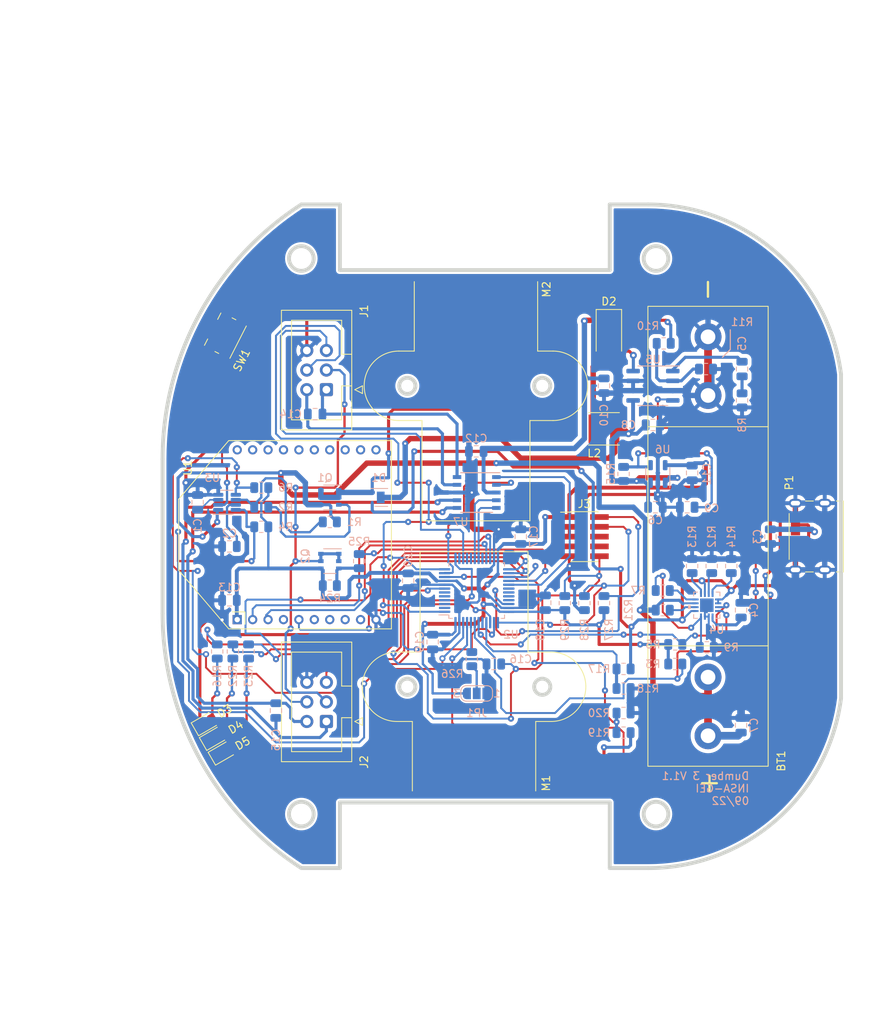
<source format=kicad_pcb>
(kicad_pcb (version 20211014) (generator pcbnew)
  (title_block (title "Dumber-3") (date "2022-06-14") (rev "1.1") (company "INSA-GEI"))
  (layers (0 "F.Cu" signal) (31 "B.Cu" signal) (34 "B.Paste" user) (35 "F.Paste" user) (36 "B.SilkS" user "B.Silkscreen") (37 "F.SilkS" user "F.Silkscreen") (38 "B.Mask" user) (39 "F.Mask" user) (44 "Edge.Cuts" user))
  (net 0 "")
  (net 1 "+BATT")
  (net 2 "GND")
  (net 3 "Net-(C1-Pad1)")
  (net 4 "Net-(C2-Pad1)")
  (net 5 "VBUS")
  (net 6 "Net-(C4-Pad1)")
  (net 7 "Net-(C5-Pad1)")
  (net 8 "Net-(C5-Pad2)")
  (net 9 "+2V5")
  (net 10 "+5V")
  (net 11 "/Power_Charge/Sense_BATT")
  (net 12 "Net-(C9-Pad1)")
  (net 15 "Net-(Q1-Pad3)")
  (net 16 "Net-(D2-Pad2)")
  (net 17 "/Cpu/RESET")
  (net 18 "Net-(J1-Pad3)")
  (net 19 "Net-(R24-Pad2)")
  (net 20 "Net-(R7-Pad1)")
  (net 21 "Net-(R7-Pad2)")
  (net 22 "Net-(R10-Pad1)")
  (net 23 "Net-(R12-Pad1)")
  (net 24 "Net-(R13-Pad1)")
  (net 25 "Net-(R14-Pad1)")
  (net 26 "Net-(R21-Pad1)")
  (net 27 "/Cpu/OUTGAUCHE_A")
  (net 28 "/Cpu/OUTGAUCHE_B")
  (net 29 "/Cpu/OUTDROIT_A")
  (net 31 "/Cpu/OUTDROIT_B")
  (net 34 "Net-(SW1-Pad2)")
  (net 36 "Net-(D3-Pad2)")
  (net 40 "Net-(D4-Pad2)")
  (net 47 "Net-(D5-Pad2)")
  (net 48 "/Cpu/ENCGAUCHE_A")
  (net 49 "/Cpu/ENCGAUCHE_B")
  (net 50 "/Cpu/ENCDROIT_A")
  (net 51 "/Cpu/ENCDROIT_B")
  (net 52 "/Cpu/LED_ROUGE")
  (net 53 "/Cpu/LED_ORANGE")
  (net 54 "/Cpu/LED_VERTE")
  (net 55 "/Cpu/USART_RX")
  (net 62 "/Cpu/USART_TX")
  (net 63 "/Cpu/XBEE_RESET")
  (net 67 "Net-(JP1-Pad2)")
  (net 70 "Net-(R1-Pad1)")
  (net 71 "/Cpu/CHARGER_ST1")
  (net 73 "/Cpu/SHUTDOWN")
  (net 74 "/Cpu/CHARGER_ST2")
  (net 75 "/Cpu/PWM_GAUCHE_A")
  (net 76 "/Cpu/PWM_GAUCHE_B")
  (net 77 "/Cpu/BUTTON_SENSE")
  (net 78 "/Cpu/USB_SENSE")
  (net 79 "/Cpu/BATTERY_SENSE")
  (net 80 "/Cpu/SHUTDOWN_ENC")
  (net 81 "Net-(R26-Pad2)")
  (net 86 "/Cpu/SWDIO")
  (net 87 "/Cpu/PWM_DROIT_A")
  (net 88 "/Cpu/PWM_DROIT_B")
  (net 89 "/Cpu/SWCLK")
  (net 90 "/Cpu/SHUTDOWN_5V")
  (net 92 "Net-(C6-Pad1)")
  (footprint "INSA:Motor Pololu HPCB with encoder" (layer "F.Cu") (at 150.15 150 90)
    (fp_text reference "M1")
    (fp_text value "Motor")
  )
  (footprint "Button_Switch_SMD:Panasonic_EVQPUJ_EVQPUA" (layer "F.Cu") (at 117.9 80 63)
    (fp_text reference "SW1")
    (fp_text value "SW_Push")
  )
  (footprint "Connector_IDC:IDC-Header_2x03_P2.54mm_Vertical" (layer "F.Cu") (at 131 87 180)
    (fp_text reference "J1")
    (fp_text value "Conn_02x03_Odd_Even")
  )
  (footprint "Diode_SMD:D_SMA" (layer "F.Cu") (at 167.64 80.01 -90)
    (fp_text reference "D2")
    (fp_text value "FM5818-W")
  )
  (footprint "Diode_SMD:D_0805_2012Metric" (layer "F.Cu") (at 117.6 133.985 30)
    (fp_text reference "D5")
    (fp_text value "LED")
  )
  (footprint "INSA:Motor Pololu HPCB with encoder" (layer "F.Cu") (at 150.4 62 -90)
    (fp_text reference "M2")
    (fp_text value "Motor")
  )
  (footprint "INSA:Battery-14500" (layer "F.Cu") (at 180.5 106 90)
    (fp_text reference "BT1")
    (fp_text value "Li-ION")
  )
  (footprint "Connector_IDC:IDC-Header_2x03_P2.54mm_Vertical" (layer "F.Cu") (at 131 130 180)
    (fp_text reference "J2")
    (fp_text value "Conn_02x03_Odd_Even")
  )
  (footprint "INSA:USB_C_Receptacle_GCT_USB4125" (layer "F.Cu") (at 191.155 110.5 90)
    (fp_text reference "P1")
    (fp_text value "USB_C_Plug_GCT_USB4125")
  )
  (footprint "Connector_PinHeader_1.27mm:PinHeader_2x05_P1.27mm_Vertical_SMD" (layer "F.Cu") (at 164.465 106.045)
    (fp_text reference "J3")
    (fp_text value "Conn_02x05_Odd_Even")
  )
  (footprint "Inductor_SMD:L_Taiyo-Yuden_MD-4040" (layer "F.Cu") (at 167.005 92.075 180)
    (fp_text reference "L2")
    (fp_text value "22µH")
  )
  (footprint "INSA:XBEE-3-TH" (layer "F.Cu") (at 139.435 118 90)
    (fp_text reference "U1")
    (fp_text value "XBEE-3")
  )
  (footprint "Diode_SMD:D_0805_2012Metric" (layer "F.Cu") (at 116.459 132.08 30)
    (fp_text reference "D4")
    (fp_text value "LED")
  )
  (footprint "Diode_SMD:D_0805_2012Metric" (layer "F.Cu") (at 115.4 130.175 30)
    (fp_text reference "D3")
    (fp_text value "LED")
  )
  (footprint "Capacitor_SMD:C_0805_2012Metric" (layer "B.Cu") (at 156.21 106.045 90)
    (fp_text reference "C17")
    (fp_text value "100nF")
  )
  (footprint "Resistor_SMD:R_0805_2012Metric" (layer "B.Cu") (at 174.752 81)
    (fp_text reference "R10")
    (fp_text value "3.72K")
  )
  (footprint "Package_QFP:LQFP-48_7x7mm_P0.5mm" (layer "B.Cu") (at 150.495 113.03)
    (fp_text reference "U2")
    (fp_text value "STM32L010C6Tx")
  )
  (footprint "Capacitor_SMD:C_0805_2012Metric" (layer "B.Cu") (at 184.785 115.57 90)
    (fp_text reference "C4")
    (fp_text value "10nF")
  )
  (footprint "Resistor_SMD:R_0805_2012Metric" (layer "B.Cu") (at 174.625 113.03 180)
    (fp_text reference "R7")
    (fp_text value "1K")
  )
  (footprint "Capacitor_SMD:C_0805_2012Metric" (layer "B.Cu") (at 141.605 111.76 -90)
    (fp_text reference "C20")
    (fp_text value "100nF")
  )
  (footprint "Resistor_SMD:R_0805_2012Metric" (layer "B.Cu") (at 169.545 123.19 180)
    (fp_text reference "R17")
    (fp_text value "150K")
  )
  (footprint "Capacitor_SMD:C_0805_2012Metric" (layer "B.Cu") (at 173.675 102.235)
    (fp_text reference "C6")
    (fp_text value "1µF")
  )
  (footprint "Resistor_SMD:R_0805_2012Metric" (layer "B.Cu") (at 176.2525 122.555)
    (fp_text reference "R3")
    (fp_text value "1K")
  )
  (footprint "Capacitor_SMD:C_0805_2012Metric" (layer "B.Cu") (at 144.78 119.7 -90)
    (fp_text reference "C19")
    (fp_text value "100nF")
  )
  (footprint "Package_TO_SOT_SMD:SOT-23-8" (layer "B.Cu") (at 118.11 101.6)
    (fp_text reference "U3")
    (fp_text value "LTC2954-2")
  )
  (footprint "Package_SO:TSOP-6_1.65x3.05mm_P0.95mm" (layer "B.Cu") (at 131.445 109.22 180)
    (fp_text reference "Q2")
    (fp_text value "PMN52XP")
  )
  (footprint "Resistor_SMD:R_0805_2012Metric" (layer "B.Cu") (at 131.445 112.395)
    (fp_text reference "R24")
    (fp_text value "100K")
  )
  (footprint "Resistor_SMD:R_0805_2012Metric" (layer "B.Cu") (at 131.445 104.14)
    (fp_text reference "R1")
    (fp_text value "100K")
  )
  (footprint "Capacitor_SMD:C_0805_2012Metric" (layer "B.Cu") (at 184.785 130.49 90)
    (fp_text reference "C7")
    (fp_text value "1µF")
  )
  (footprint "Resistor_SMD:R_0805_2012Metric" (layer "B.Cu") (at 116.84 120.9275 -90)
    (fp_text reference "R16")
    (fp_text value "1.5K")
  )
  (footprint "Resistor_SMD:R_0805_2012Metric" (layer "B.Cu") (at 178.435 109.855 90)
    (fp_text reference "R13")
    (fp_text value "2.2K")
  )
  (footprint "Package_SO:SSOP-10_3.9x4.9mm_P1.00mm" (layer "B.Cu") (at 150.495 100.33 180)
    (fp_text reference "U7")
    (fp_text value "A3909")
  )
  (footprint "Resistor_SMD:R_0805_2012Metric" (layer "B.Cu") (at 174.625 115.57 180)
    (fp_text reference "R21")
    (fp_text value "7,5K")
  )
  (footprint "Capacitor_SMD:C_0805_2012Metric" (layer "B.Cu") (at 188.595 106.045 -90)
    (fp_text reference "C3")
    (fp_text value "1µF")
  )
  (footprint "Resistor_SMD:R_0805_2012Metric" (layer "B.Cu") (at 122.555 102.235 180)
    (fp_text reference "R2")
    (fp_text value "100K")
  )
  (footprint "Jumper:SolderJumper-3_P1.3mm_Open_RoundedPad1.0x1.5mm_NumberLabels" (layer "B.Cu") (at 150.495 126.365 180)
    (fp_text reference "JP1")
    (fp_text value "Jumper_3_Bridged12")
  )
  (footprint "Capacitor_SMD:C_0805_2012Metric" (layer "B.Cu") (at 173.355 91.5725)
    (fp_text reference "C8")
    (fp_text value "22µF")
  )
  (footprint "Resistor_SMD:R_0805_2012Metric" (layer "B.Cu") (at 176.2525 120.015)
    (fp_text reference "R5")
    (fp_text value "1K")
  )
  (footprint "Resistor_SMD:R_0805_2012Metric" (layer "B.Cu") (at 180.2365 84.328 180)
    (fp_text reference "R11")
    (fp_text value "1.28K")
  )
  (footprint "Capacitor_SMD:C_0805_2012Metric" (layer "B.Cu") (at 184.912 84.328 -90)
    (fp_text reference "C5")
    (fp_text value "100nF")
  )
  (footprint "Resistor_SMD:R_0805_2012Metric" (layer "B.Cu") (at 169.545 125.73)
    (fp_text reference "R18")
    (fp_text value "100K")
  )
  (footprint "Resistor_SMD:R_0805_2012Metric" (layer "B.Cu") (at 169.545 131.445 180)
    (fp_text reference "R19")
    (fp_text value "150K")
  )
  (footprint "Capacitor_SMD:C_0805_2012Metric" (layer "B.Cu") (at 118.425 114.3 180)
    (fp_text reference "C13")
    (fp_text value "1µF")
  )
  (footprint "INSA:L6924UTR" (layer "B.Cu") (at 180.34 114.935 180)
    (fp_text reference "U4")
    (fp_text value "L6924U" hide)
  )
  (footprint "Resistor_SMD:R_0805_2012Metric" (layer "B.Cu") (at 180.34 120.396)
    (fp_text reference "R9")
    (fp_text value "470R")
  )
  (footprint "Resistor_SMD:R_0805_2012Metric" (layer "B.Cu") (at 183.515 109.855 90)
    (fp_text reference "R14")
    (fp_text value "25.5K")
  )
  (footprint "Resistor_SMD:R_0805_2012Metric" (layer "B.Cu") (at 161.925 114.6575 90)
    (fp_text reference "R29")
    (fp_text value "100K")
  )
  (footprint "Capacitor_SMD:C_0805_2012Metric" (layer "B.Cu") (at 167.005 86.4925 -90)
    (fp_text reference "C10")
    (fp_text value "22µF")
  )
  (footprint "Resistor_SMD:R_0805_2012Metric" (layer "B.Cu") (at 149.86 121.92 90)
    (fp_text reference "R26")
    (fp_text value "10K")
  )
  (footprint "Resistor_SMD:R_0805_2012Metric" (layer "B.Cu") (at 164.465 114.6575 -90)
    (fp_text reference "R28")
    (fp_text value "100K")
  )
  (footprint "Resistor_SMD:R_0805_2012Metric" (layer "B.Cu") (at 184.912 88.392 90)
    (fp_text reference "R8")
    (fp_text value "5K")
  )
  (footprint "Resistor_SMD:R_0805_2012Metric" (layer "B.Cu") (at 122.555 99.695 180)
    (fp_text reference "R6")
    (fp_text value "10K")
  )
  (footprint "Resistor_SMD:R_0805_2012Metric" (layer "B.Cu") (at 135.255 109.22 90)
    (fp_text reference "R25")
    (fp_text value "10R")
  )
  (footprint "Resistor_SMD:R_0805_2012Metric" (layer "B.Cu") (at 167.005 114.6575 90)
    (fp_text reference "R27")
    (fp_text value "100K")
  )
  (footprint "Capacitor_SMD:C_0805_2012Metric" (layer "B.Cu") (at 129.54 90.17 180)
    (fp_text reference "C14")
    (fp_text value "470nF")
  )
  (footprint "Resistor_SMD:R_0805_2012Metric" (layer "B.Cu") (at 120.904 120.9275 -90)
    (fp_text reference "R23")
    (fp_text value "1.5K")
  )
  (footprint "Resistor_SMD:R_0805_2012Metric" (layer "B.Cu") (at 180.975 109.855 90)
    (fp_text reference "R12")
    (fp_text value "25.5K")
  )
  (footprint "Capacitor_SMD:C_0805_2012Metric" (layer "B.Cu") (at 124.46 128.585 90)
    (fp_text reference "C15")
    (fp_text value "470nF")
  )
  (footprint "Capacitor_SMD:C_0805_2012Metric" (layer "B.Cu") (at 150.434 94.996 180)
    (fp_text reference "C12")
    (fp_text value "1µF")
  )
  (footprint "Capacitor_SMD:C_0805_2012Metric" (layer "B.Cu") (at 114.3 101.6 90)
    (fp_text reference "C1")
    (fp_text value "10nF")
  )
  (footprint "Package_SO:TSOP-6_1.65x3.05mm_P0.95mm" (layer "B.Cu") (at 131.445 100.965 180)
    (fp_text reference "Q1")
    (fp_text value "PMN52XP")
  )
  (footprint "Package_TO_SOT_SMD:SOT-23-5" (layer "B.Cu") (at 173.99 97.9225 90)
    (fp_text reference "U6")
    (fp_text value "TC1186")
  )
  (footprint "Capacitor_SMD:C_0805_2012Metric" (layer "B.Cu") (at 177.8 102.235 180)
    (fp_text reference "C9")
    (fp_text value "100pF")
  )
  (footprint "Capacitor_SMD:C_0805_2012Metric" (layer "B.Cu") (at 178.435 97.79 -90)
    (fp_text reference "C11")
    (fp_text value "1µF")
  )
  (footprint "Capacitor_SMD:C_0805_2012Metric" (layer "B.Cu") (at 159.385 114.615 90)
    (fp_text reference "C18")
    (fp_text value "100nF")
  )
  (footprint "Resistor_SMD:R_0805_2012Metric" (layer "B.Cu") (at 118.872 120.9275 -90)
    (fp_text reference "R22")
    (fp_text value "1.5K")
  )
  (footprint "INSA:Nexperia_SOT-1061" (layer "B.Cu") (at 136.795 99.965 -90)
    (fp_text reference "D1")
    (fp_text value "PMEG2020CPA")
  )
  (footprint "Package_SO:SO-8_3.9x4.9mm_P1.27mm" (layer "B.Cu") (at 173.355 86.4925 180)
    (fp_text reference "U5")
    (fp_text value "NCV5171")
  )
  (footprint "Capacitor_SMD:C_0805_2012Metric" (layer "B.Cu") (at 152.72 122.555 180)
    (fp_text reference "C16")
    (fp_text value "100nF")
  )
  (footprint "Resistor_SMD:R_0805_2012Metric" (layer "B.Cu") (at 122.555 104.775 180)
    (fp_text reference "R4")
    (fp_text value "100K")
  )
  (footprint "Capacitor_SMD:C_0805_2012Metric" (layer "B.Cu") (at 118.425 107.315 180)
    (fp_text reference "C2")
    (fp_text value "68nF")
  )
  (footprint "Resistor_SMD:R_0805_2012Metric" (layer "B.Cu") (at 169.545 97.9225 -90)
    (fp_text reference "R15")
    (fp_text value "1M")
  )
  (footprint "Resistor_SMD:R_0805_2012Metric" (layer "B.Cu") (at 169.545 128.905)
    (fp_text reference "R20")
    (fp_text value "100K")
  )
  (gr_line (start 183.388 81.788) (end 182.372 82.804) (layer "B.SilkS") (width 0.15))
  (gr_line (start 183.388 79.248) (end 183.388 81.788) (layer "B.SilkS") (width 0.15))
  (gr_circle locked (center 173.75 70) (end 173.75 69.99) (layer "Edge.Cuts") (width 0.0001) (fill solid))
  (gr_circle locked (center 141.5 86.5) (end 141.5 86.49) (layer "Edge.Cuts") (width 0.0001) (fill solid))
  (gr_circle locked (center 173.75 70) (end 173.75 68.4) (layer "Edge.Cuts") (width 0.5) (fill none))
  (gr_circle locked (center 141.5 86.5) (end 141.5 85.45) (layer "Edge.Cuts") (width 0.5) (fill none))
  (gr_line locked (start 167.75 63) (end 167.75 71.5) (layer "Edge.Cuts") (width 0.5))
  (gr_line locked (start 109.75 96) (end 109.75 116) (layer "Edge.Cuts") (width 0.5))
  (gr_circle locked (center 127.75 142) (end 127.75 140.4) (layer "Edge.Cuts") (width 0.5) (fill none))
  (gr_arc locked (start 109.75 96) (mid 114.542599 77.205054) (end 127.75 63) (layer "Edge.Cuts") (width 0.5))
  (gr_line locked (start 197.75 127) (end 197.75 85) (layer "Edge.Cuts") (width 0.5))
  (gr_circle locked (center 127.75 70) (end 127.75 68.4) (layer "Edge.Cuts") (width 0.5) (fill none))
  (gr_line locked (start 167.75 149) (end 172.75 149) (layer "Edge.Cuts") (width 0.5))
  (gr_line locked (start 172.75 63) (end 167.75 63) (layer "Edge.Cuts") (width 0.5))
  (gr_circle locked (center 172.75 123.795455) (end 172.75 123.785455) (layer "Edge.Cuts") (width 0.0001) (fill solid))
  (gr_circle locked (center 159 125.5) (end 159 125.49) (layer "Edge.Cuts") (width 0.0001) (fill solid))
  (gr_circle locked (center 159 86.5) (end 159 86.49) (layer "Edge.Cuts") (width 0.0001) (fill solid))
  (gr_circle locked (center 172.75 88.204545) (end 172.75 88.194545) (layer "Edge.Cuts") (width 0.0001) (fill solid))
  (gr_circle locked (center 149 116) (end 149 115.99) (layer "Edge.Cuts") (width 0.0001) (fill solid))
  (gr_line locked (start 132.75 149) (end 132.75 140.5) (layer "Edge.Cuts") (width 0.5))
  (gr_line locked (start 167.75 140.5) (end 167.75 149) (layer "Edge.Cuts") (width 0.5))
  (gr_line locked (start 127.75 149) (end 132.75 149) (layer "Edge.Cuts") (width 0.5))
  (gr_line locked (start 167.75 71.5) (end 132.75 71.5) (layer "Edge.Cuts") (width 0.5))
  (gr_circle locked (center 127.75 70) (end 127.75 69.99) (layer "Edge.Cuts") (width 0.0001) (fill solid))
  (gr_arc locked (start 127.75 149) (mid 114.542599 134.794946) (end 109.75 116) (layer "Edge.Cuts") (width 0.5))
  (gr_circle locked (center 173.75 142) (end 173.75 140.4) (layer "Edge.Cuts") (width 0.5) (fill none))
  (gr_circle locked (center 149 96) (end 149 95.99) (layer "Edge.Cuts") (width 0.0001) (fill solid))
  (gr_line locked (start 132.75 63) (end 127.75 63) (layer "Edge.Cuts") (width 0.5))
  (gr_line locked (start 132.75 71.5) (end 132.75 63) (layer "Edge.Cuts") (width 0.5))
  (gr_arc locked (start 172.75 63) (mid 189.400824 69.283153) (end 197.75 85) (layer "Edge.Cuts") (width 0.5))
  (gr_circle locked (center 159 86.5) (end 159 85.45) (layer "Edge.Cuts") (width 0.5) (fill none))
  (gr_circle locked (center 173.75 142) (end 173.75 141.99) (layer "Edge.Cuts") (width 0.0001) (fill solid))
  (gr_circle locked (center 141.5 125.5) (end 141.5 125.49) (layer "Edge.Cuts") (width 0.0001) (fill solid))
  (gr_line locked (start 132.75 140.5) (end 167.75 140.5) (layer "Edge.Cuts") (width 0.5))
  (gr_circle locked (center 159 125.5) (end 159 124.45) (layer "Edge.Cuts") (width 0.5) (fill none))
  (gr_circle locked (center 141.5 125.5) (end 141.5 124.45) (layer "Edge.Cuts") (width 0.5) (fill none))
  (gr_arc locked (start 197.75 127) (mid 189.400826 142.716848) (end 172.75 149) (layer "Edge.Cuts") (width 0.5))
  (gr_circle locked (center 127.75 142) (end 127.75 141.99) (layer "Edge.Cuts") (width 0.0001) (fill solid))
  (gr_text "Dumber 3 V1.1\nINSA-GEI\n09/22\n" (at 185.928 138.684) (layer "B.SilkS") (effects (font (size 1 1)) (justify left mirror)))
  (segment (start 174.277 126.652) (end 180.5 126.652) (width 0.7) (layer "F.Cu") (net 1))
  (segment (start 126.606699 100.644511) (end 125.095 99.132812) (width 0.7) (layer "F.Cu") (net 1))
  (segment (start 136.24427 96.52) (end 132.119759 100.644511) (width 0.7) (layer "F.Cu") (net 1))
  (segment (start 153.035 96.52) (end 136.24427 96.52) (width 0.7) (layer "F.Cu") (net 1))
  (segment (start 132.119759 100.644511) (end 126.606699 100.644511) (width 0.7) (layer "F.Cu") (net 1))
  (segment (start 180.5 126.652) (end 180.5 131.85) (width 1) (layer "F.Cu") (net 1))
  (segment (start 180.5 124.25) (end 180.5 126.652) (width 1) (layer "F.Cu") (net 1))
  (segment (start 125.095 99.132812) (end 125.095 97.79) (width 0.7) (layer "F.Cu") (net 1))
  (segment (start 173.355 125.73) (end 174.277 126.652) (width 0.7) (layer "F.Cu") (net 1))
  (segment (start 171.704 115.57) (end 173.355 117.221) (width 0.7) (layer "F.Cu") (net 1))
  (segment (start 114.935 106.045) (end 116.84 104.14) (width 0.4) (layer "F.Cu") (net 1))
  (segment (start 173.355 117.221) (end 173.355 125.73) (width 0.7) (layer "F.Cu") (net 1))
  (via (at 114.935 106.045) (size 0.8) (drill 0.3) (layers "F.Cu" "B.Cu") (net 1))
  (via (at 171.704 115.57) (size 0.9) (drill 0.4) (layers "F.Cu" "B.Cu") (net 1))
  (via (at 153.035 96.52) (size 0.8) (drill 0.3) (layers "F.Cu" "B.Cu") (net 1))
  (via (at 125.095 97.79) (size 0.8) (drill 0.3) (layers "F.Cu" "B.Cu") (net 1))
  (via (at 116.84 104.14) (size 0.8) (drill 0.3) (layers "F.Cu" "B.Cu") (net 1))
  (segment (start 171.704 115.57) (end 172.399511 114.874489) (width 0.7) (layer "B.Cu") (net 1))
  (segment (start 131.379 101.915) (end 131.572 102.108) (width 0.4) (layer "B.Cu") (net 1))
  (segment (start 173.7125 115.2125) (end 173.7125 115.57) (width 0.25) (layer "B.Cu") (net 1))
  (segment (start 172.399511 114.874489) (end 172.399511 103.819511) (width 0.7) (layer "B.Cu") (net 1))
  (segment (start 130.285 101.915) (end 128.585 101.915) (width 0.7) (layer "B.Cu") (net 1))
  (segment (start 184.725 131.5) (end 184.785 131.44) (width 0.4) (layer "B.Cu") (net 1))
  (segment (start 112.395 97.79) (end 111.76 98.425) (width 0.4) (layer "B.Cu") (net 1))
  (segment (start 113.665 106.045) (end 114.935 106.045) (width 0.4) (layer "B.Cu") (net 1))
  (segment (start 128.27 99.06) (end 127 97.79) (width 0.7) (layer "B.Cu") (net 1))
  (segment (start 180.5 131.85) (end 184.375 131.85) (width 1) (layer "B.Cu") (net 1))
  (segment (start 172.399511 103.819511) (end 170.815 102.235) (width 0.7) (layer "B.Cu") (net 1))
  (segment (start 130.285 101.915) (end 131.379 101.915) (width 0.4) (layer "B.Cu") (net 1))
  (segment (start 131.572 103.3545) (end 131.968591 103.751091) (width 0.4) (layer "B.Cu") (net 1))
  (segment (start 131.572 102.108) (end 131.572 103.3545) (width 0.4) (layer "B.Cu") (net 1))
  (segment (start 116.84 104.14) (end 116.84 102.7075) (width 0.4) (layer "B.Cu") (net 1))
  (segment (start 125.095 97.79) (end 127 97.79) (width 0.7) (layer "B.Cu") (net 1))
  (segment (start 128.585 101.915) (end 128.27 101.6) (width 0.7) (layer "B.Cu") (net 1))
  (segment (start 116.84 102.7075) (end 116.9725 102.575) (width 0.4) (layer "B.Cu") (net 1))
  (segment (start 171.704 115.57) (end 173.7125 115.57) (width 0.7) (layer "B.Cu") (net 1))
  (segment (start 111.76 104.14) (end 113.665 106.045) (width 0.4) (layer "B.Cu") (net 1))
  (segment (start 174.625 114.3) (end 176.784 114.3) (width 0.4) (layer "B.Cu") (net 1))
  (segment (start 184.375 131.85) (end 184.785 131.44) (width 1) (layer "B.Cu") (net 1))
  (segment (start 128.27 101.6) (end 128.27 99.06) (width 0.7) (layer "B.Cu") (net 1))
  (segment (start 173.7125 115.2125) (end 174.625 114.3) (width 0.4) (layer "B.Cu") (net 1))
  (segment (start 111.76 98.425) (end 111.76 104.14) (width 0.4) (layer "B.Cu") (net 1))
  (segment (start 170.815 102.235) (end 166.37 102.235) (width 0.7) (layer "B.Cu") (net 1))
  (segment (start 177.308216 114.685) (end 177.238608 114.754608) (width 0.25) (layer "B.Cu") (net 1))
  (segment (start 176.784 114.3) (end 177.238608 114.754608) (width 0.4) (layer "B.Cu") (net 1))
  (segment (start 178.8668 114.685) (end 177.308216 114.685) (width 0.25) (layer "B.Cu") (net 1))
  (segment (start 166.37 102.235) (end 166.37 97.155) (width 0.7) (layer "B.Cu") (net 1))
  (segment (start 112.395 97.79) (end 125.095 97.79) (width 0.4) (layer "B.Cu") (net 1))
  (segment (start 165.735 96.52) (end 153.035 96.52) (width 0.7) (layer "B.Cu") (net 1))
  (segment (start 166.37 97.155) (end 165.735 96.52) (width 0.7) (layer "B.Cu") (net 1))
  (segment (start 118.11 118.745) (end 117.475 118.11) (width 0.4) (layer "F.Cu") (net 2))
  (segment (start 165.1 100.584) (end 173.99 100.584) (width 0.4) (layer "F.Cu") (net 2))
  (segment (start 190.06 108.78) (end 189.865 108.585) (width 0.4) (layer "F.Cu") (net 2))
  (segment (start 163.195 112.395) (end 162.515 111.715) (width 0.4) (layer "F.Cu") (net 2))
  (segment (start 189.865 108.585) (end 189.865 103.505) (width 0.4) (layer "F.Cu") (net 2))
  (segment (start 191.835 103.28) (end 191.835 101.71) (width 0.7) (layer "F.Cu") (net 2))
  (segment (start 191.835 108.78) (end 190.06 108.78) (width 0.4) (layer "F.Cu") (net 2))
  (segment (start 118.745 75.565) (end 127.635 75.565) (width 0.4) (layer "F.Cu") (net 2))
  (segment (start 118.33437 77.275216) (end 118.33437 75.97563) (width 0.4) (layer "F.Cu") (net 2))
  (segment (start 137.435 116.8) (end 137.435 118.47) (width 0.4) (layer "F.Cu") (net 2))
  (segment (start 137.16 118.745) (end 118.11 118.745) (width 0.4) (layer "F.Cu") (net 2))
  (segment (start 164.465 105.41) (end 164.465 107.734022) (width 0.4) (layer "F.Cu") (net 2))
  (segment (start 153.35 105.095) (end 150.18 105.095) (width 0.7) (layer "F.Cu") (net 2))
  (segment (start 115.824 94.488) (end 115.824 82.079919) (width 0.4) (layer "F.Cu") (net 2))
  (segment (start 162.515 104.775) (end 163.83 104.775) (width 0.4) (layer "F.Cu") (net 2))
  (segment (start 114.588101 130.64375) (end 114.588101 117.821899) (width 0.4) (layer "F.Cu") (net 2))
  (segment (start 163.614022 108.585) (end 162.515 108.585) (width 0.4) (layer "F.Cu") (net 2))
  (segment (start 114.588101 117.821899) (end 115.57 116.84) (width 0.4) (layer "F.Cu") (net 2))
  (segment (start 189.865 103.505) (end 190.09 103.28) (width 0.4) (layer "F.Cu") (net 2))
  (segment (start 118.33437 75.97563) (end 118.745 75.565) (width 0.4) (layer "F.Cu") (net 2))
  (segment (start 115.824 82.079919) (end 115.950919 81.953) (width 0.4) (layer "F.Cu") (net 2))
  (segment (start 190.09 103.28) (end 191.835 103.28) (width 0.4) (layer "F.Cu") (net 2))
  (segment (start 191.835 110.35) (end 191.835 108.78) (width 0.7) (layer "F.Cu") (net 2))
  (segment (start 115.647101 133.31275) (end 116.788101 134.45375) (width 0.4) (layer "F.Cu") (net 2))
  (segment (start 127.635 75.565) (end 128.46 76.39) (width 0.4) (layer "F.Cu") (net 2))
  (segment (start 115.57 81.572081) (end 115.950919 81.953) (width 0.4) (layer "F.Cu") (net 2))
  (segment (start 117.475 118.11) (end 117.475 116.84) (width 0.4) (layer "F.Cu") (net 2))
  (segment (start 180.5 80.15) (end 180.5 87.75) (width 1) (layer "F.Cu") (net 2))
  (segment (start 118.33437 77.275216) (end 115.57 80.039586) (width 0.4) (layer "F.Cu") (net 2))
  (segment (start 112.776 97.536) (end 115.824 94.488) (width 0.4) (layer "F.Cu") (net 2))
  (segment (start 149.86 104.775) (end 149.86 100.33) (width 0.7) (layer "F.Cu") (net 2))
  (segment (start 115.647101 132.54875) (end 115.647101 133.31275) (width 0.4) (layer "F.Cu") (net 2))
  (segment (start 164.465 105.41) (end 164.465 101.219) (width 0.4) (layer "F.Cu") (net 2))
  (segment (start 114.588101 131.48975) (end 115.647101 132.54875) (width 0.4) (layer "F.Cu") (net 2))
  (segment (start 150.18 105.095) (end 149.86 104.775) (width 0.7) (layer "F.Cu") (net 2))
  (segment (start 163.83 104.775) (end 164.465 105.41) (width 0.4) (layer "F.Cu") (net 2))
  (segment (start 164.465 101.219) (end 165.1 100.584) (width 0.4) (layer "F.Cu") (net 2))
  (segment (start 162.515 104.775) (end 162.515 106.045) (width 0.4) (layer "F.Cu") (net 2))
  (segment (start 115.57 116.84) (end 117.475 116.84) (width 0.4) (layer "F.Cu") (net 2))
  (segment (start 112.776 99.06) (end 112.776 97.536) (width 0.4) (layer "F.Cu") (net 2))
  (segment (start 164.465 107.734022) (end 163.614022 108.585) (width 0.4) (layer "F.Cu") (net 2))
  (segment (start 128.46 76.39) (end 128.46 81.92) (width 0.4) (layer "F.Cu") (net 2))
  (segment (start 114.588101 130.64375) (end 114.588101 131.48975) (width 0.4) (layer "F.Cu") (net 2))
  (segment (start 137.435 118.47) (end 137.16 118.745) (width 0.4) (layer "F.Cu") (net 2))
  (segment (start 115.57 80.039586) (end 115.57 81.572081) (width 0.4) (layer "F.Cu") (net 2))
  (segment (start 162.515 111.715) (end 162.515 108.585) (width 0.4) (layer "F.Cu") (net 2))
  (via (at 117.475 116.84) (size 0.9) (drill 0.4) (layers "F.Cu" "B.Cu") (net 2))
  (via (at 162.56 109.855) (size 0.8) (drill 0.3) (layers "F.Cu" "B.Cu") (net 2))
  (via (at 149.86 100.33) (size 0.8) (drill 0.3) (layers "F.Cu" "B.Cu") (net 2))
  (via (at 173.99 100.584) (size 0.8) (drill 0.3) (layers "F.Cu" "B.Cu") (net 2))
  (via (at 153.35 105.095) (size 0.8) (drill 0.3) (layers "F.Cu" "B.Cu") (net 2))
  (via (at 163.195 112.395) (size 0.8) (drill 0.3) (layers "F.Cu" "B.Cu") (net 2))
  (via (at 112.776 99.06) (size 0.9) (drill 0.4) (layers "F.Cu" "B.Cu") (net 2))
  (segment (start 148.59 121.92) (end 147.955 122.555) (width 0.3) (layer "B.Cu") (net 2))
  (segment (start 152.745 108.8675) (end 152.745 105.7) (width 0.3) (layer "B.Cu") (net 2))
  (segment (start 112.776 103.886) (end 113.98 105.09) (width 0.4) (layer "B.Cu") (net 2))
  (segment (start 191.135 129.54) (end 191.835 128.84) (width 1) (layer "B.Cu") (net 2))
  (segment (start 150.84 114.3) (end 150.84 113.756) (width 0.3) (layer "B.Cu") (net 2))
  (segment (start 173.99 100.965) (end 173.99 101.6) (width 0.5) (layer "B.Cu") (net 2))
  (segment (start 180.09 115.185) (end 180.34 114.935) (width 0.25) (layer "B.Cu") (net 2))
  (segment (start 181.2525 119.6575) (end 181.2525 120.396) (width 0.4) (layer "B.Cu") (net 2))
  (segment (start 184.912 89.3045) (end 182.0545 89.3045) (width 0.4) (layer "B.Cu") (net 2))
  (segment (start 112.776 100.584) (end 112.776 103.886) (width 0.4) (layer "B.Cu") (net 2))
  (segment (start 164.465 115.57) (end 163.83 115.57) (width 0.4) (layer "B.Cu") (net 2))
  (segment (start 170.4575 127.2305) (end 170.735 127.508) (width 0.7) (layer "B.Cu") (net 2))
  (segment (start 191.835 120.715) (end 191.835 115) (width 1) (layer "B.Cu") (net 2))
  (segment (start 191.455 114.62) (end 191.835 115) (width 0.4) (layer "B.Cu") (net 2))
  (segment (start 191.835 110.35) (end 189.09 110.35) (width 0.7) (layer "B.Cu") (net 2))
  (segment (start 149.484 94.996) (end 149.484 91.816) (width 0.7) (layer "B.Cu") (net 2))
  (segment (start 112.776 100.584) (end 114.234 100.584) (width 0.4) (layer "B.Cu") (net 2))
  (segment (start 188.595 109.855) (end 188.595 109.22) (width 0.7) (layer "B.Cu") (net 2))
  (segment (start 184.404 127.508) (end 184.785 127.889) (width 1) (layer "B.Cu") (net 2))
  (segment (start 137.435 118.47) (end 137.435 116.8) (width 0.4) (layer "B.Cu") (net 2))
  (segment (start 153.416 75.692) (end 179.832 75.692) (width 0.7) (layer "B.Cu") (net 2))
  (segment (start 114.234 100.584) (end 114.3 100.65) (width 0.4) (layer "B.Cu") (net 2))
  (segment (start 177.485 98.74) (end 178.435 98.74) (width 0.5) (layer "B.Cu") (net 2))
  (segment (start 180.59 118.995) (end 181.2525 119.6575) (width 0.4) (layer "B.Cu") (net 2))
  (segment (start 151.384 110.236) (end 152.214361 110.236) (width 0.3) (layer "B.Cu") (net 2))
  (segment (start 112.776 99.06) (end 112.776 99.949) (width 0.4) (layer "B.Cu") (net 2))
  (segment (start 152.745 105.7) (end 153.35 105.095) (width 0.3) (layer "B.Cu") (net 2))
  (segment (start 184.785 127.889) (end 184.785 129.54) (width 1) (layer "B.Cu") (net 2))
  (segment (start 149.484 100.071) (end 149.484 94.996) (width 0.7) (layer "B.Cu") (net 2))
  (segment (start 180.09 116.4082) (end 180.59 116.4082) (width 0.25) (layer "B.Cu") (net 2))
  (segment (start 128.46 119.19) (end 128.905 118.745) (width 0.4) (layer "B.Cu") (net 2))
  (segment (start 148.245 117.1925) (end 148.245 118.526428) (width 0.3) (layer "B.Cu") (net 2))
  (segment (start 148.245 114.59) (end 148.245 113.193) (width 0.3) (layer "B.Cu") (net 2))
  (segment (start 180.5 76.36) (end 180.5 80.15) (width 0.7) (layer "B.Cu") (net 2))
  (segment (start 170.4575 125.73) (end 170.4575 127.2305) (width 1) (layer "B.Cu") (net 2))
  (segment (start 176.85 102.235) (end 176.85 108.27) (width 0.7) (layer "B.Cu") (net 2))
  (segment (start 141.605 112.71) (end 138.75 112.71) (width 0.4) (layer "B.Cu") (net 2))
  (segment (start 113.98 105.09) (end 117.155 105.09) (width 0.4) (layer "B.Cu") (net 2))
  (segment (start 117.475 105.41) (end 117.475 107.315) (width 0.4) (layer "B.Cu") (net 2))
  (segment (start 177.673 87.503) (end 177.92 87.75) (width 0.4) (layer "B.Cu") (net 2))
  (segment (start 179.832 75.692) (end 180.5 76.36) (width 0.7) (layer "B.Cu") (net 2))
  (segment (start 177.39 90.58) (end 177.8 90.17) (width 0.7) (layer "B.Cu") (net 2))
  (segment (start 147.332 112.28) (end 146.3325 112.28) (width 0.3) (layer "B.Cu") (net 2))
  (segment (start 175.2975 90.58) (end 174.305 91.5725) (width 0.7) (layer "B.Cu") (net 2))
  (segment (start 112.776 99.949) (end 112.776 100.584) (width 0.4) (layer "B.Cu") (net 2))
  (segment (start 181.149 87.101) (end 180.5 87.75) (width 0.4) (layer "B.Cu") (net 2))
  (segment (start 178.435 108.9425) (end 177.5225 108.9425) (width 0.7) (layer "B.Cu") (net 2))
  (segment (start 163.195 114.935) (end 163.195 112.395) (width 0.4) (layer "B.Cu") (net 2))
  (segment (start 168.7775 87.1275) (end 168.4625 87.4425) (width 0.7) (layer "B.Cu") (net 2))
  (segment (start 157.77 115.28) (end 159.385 113.665) (width 0.3) (layer "B.Cu") (net 2))
  (segment (start 176.85 102.235) (end 176.85 99.375) (width 0.5) (layer "B.Cu") (net 2))
  (segment (start 177.5225 108.9425) (end 176.85 108.27) (width 0.7) (layer "B.Cu") (net 2))
  (segment (start 147.945 100.33) (end 149.225 100.33) (width 0.5) (layer "B.Cu") (net 2))
  (segment (start 177.92 87.75) (end 180.5 87.75) (width 0.7) (layer "B.Cu") (net 2))
  (segment (start 177.673 87.503) (end 177.2975 87.1275) (width 0.7) (layer "B.Cu") (net 2))
  (segment (start 142.035 112.28) (end 141.605 112.71) (width 0.3) (layer "B.Cu") (net 2))
  (segment (start 153.683922 115.28) (end 152.183433 113.779511) (width 0.3) (layer "B.Cu") (net 2))
  (segment (start 148.245 118.526428) (end 146.121428 120.65) (width 0.3) (layer "B.Cu") (net 2))
  (segment (start 181.2525 120.396) (end 191.516 120.396) (width 1) (layer "B.Cu") (net 2))
  (segment (start 137.435 114.025) (end 137.435 116.8) (width 0.4) (layer "B.Cu") (net 2))
  (segment (start 149.743 100.33) (end 149.484 100.071) (width 0.7) (layer "B.Cu") (net 2))
  (segment (start 148.245 117.1925) (end 148.245 114.59) (width 0.3) (layer "B.Cu") (net 2))
  (segment (start 117.155 105.09) (end 117.475 105.41) (width 0.4) (layer "B.Cu") (net 2))
  (segment (start 188.595 109.22) (end 188.595 106.995) (width 0.7) (layer "B.Cu") (net 2))
  (segment (start 174.625 102.235) (end 176.85 102.235) (width 0.4) (layer "B.Cu") (net 2))
  (segment (start 191.835 128.84) (end 191.835 120.715) (width 1) (layer "B.Cu") (net 2))
  (segment (start 151.77 122.555) (end 151.135 121.92) (width 0.3) (layer "B.Cu") (net 2))
  (segment (start 177.2975 87.1275) (end 175.93 87.1275) (width 0.7) (layer "B.Cu") (net 2))
  (segment (start 184.785 114.62) (end 191.455 114.62) (width 1) (layer "B.Cu") (net 2))
  (segment (start 188.3175 108.9425) (end 188.595 109.22) (width 0.4) (layer "B.Cu") (net 2))
  (segment (start 114.3 100.65) (end 116.9475 100.65) (width 0.4) (layer "B.Cu") (net 2))
  (segment (start 128.46 124.92) (end 128.46 119.19) (width 0.4) (layer "B.Cu") (net 2))
  (segment (start 177.8 90.17) (end 177.8 87.63) (width 0.7) (layer "B.Cu") (net 2))
  (segment (start 173.99 101.6) (end 174.625 102.235) (width 0.5) (layer "B.Cu") (net 2))
  (segment (start 116.9475 100.65) (end 116.9725 100.625) (width 0.4) (layer "B.Cu") (net 2))
  (segment (start 189.09 110.35) (end 188.595 109.855) (width 0.7) (layer "B.Cu") (net 2))
  (segment (start 151.135 121.92) (end 148.59 121.92) (width 0.3) (layer "B.Cu") (net 2))
  (segment (start 159.385 113.665) (end 159.385 113.03) (width 0.3) (layer "B.Cu") (net 2))
  (segment (start 195.635 101.7) (end 191.845 101.7) (width 0.7) (layer "B.Cu") (net 2))
  (segment (start 191.835 115) (end 191.835 110.35) (width 1) (layer "B.Cu") (net 2))
  (segment (start 173.99 99.06) (end 173.99 100.965) (width 0.4) (layer "B.Cu") (net 2))
  (segment (start 195.635 110.35) (end 191.835 110.35) (width 0.7) (layer "B.Cu") (net 2))
  (segment (start 176.85 99.375) (end 177.485 98.74) (width 0.5) (layer "B.Cu") (net 2))
  (segment (start 148.245 113.193) (end 147.332 112.28) (width 0.3) (layer "B.Cu") (net 2))
  (segment (start 180.59 117.86) (end 180.59 118.995) (width 0.4) (layer "B.Cu") (net 2))
  (segment (start 178.435 108.9425) (end 188.3175 108.9425) (width 0.7) (layer "B.Cu") (net 2))
  (segment (start 182.0545 89.3045) (end 180.5 87.75) (width 0.4) (layer "B.Cu") (net 2))
  (segment (start 151.77 126.34) (end 151.795 126.365) (width 0.35) (layer "B.Cu") (net 2))
  (segment (start 150.55 114.59) (end 150.84 114.3) (width 0.3) (layer "B.Cu") (net 2))
  (segment (start 170.4575 127.2305) (end 170.4575 128.905) (width 1) (layer "B.Cu") (net 2))
  (segment (start 152.183433 113.779511) (end 150.863511 113.779511) (width 0.3) (layer "B.Cu") (net 2))
  (segment (start 167.005 87.4425) (end 168.4625 87.4425) (width 0.7) (layer "B.Cu") (net 2))
  (segment (start 191.845 101.7) (end 191.835 101.71) (width 0.4) (layer "B.Cu") (net 2))
  (segment (start 151.77 122.555) (end 151.77 126.34) (width 0.3) (layer "B.Cu") (net 2))
  (segment (start 170.78 87.1275) (end 168.7775 87.1275) (width 0.7) (layer "B.Cu") (net 2))
  (segment (start 175.93 87.1275) (end 170.78 87.1275) (width 0.7) (layer "B.Cu") (net 2))
  (segment (start 154.6575 115.28) (end 157.77 115.28) (width 0.3) (layer "B.Cu") (net 2))
  (segment (start 159.385 113.03) (end 162.56 109.855) (width 0.3) (layer "B.Cu") (net 2))
  (segment (start 138.75 112.71) (end 137.435 114.025) (width 0.4) (layer "B.Cu") (net 2))
  (segment (start 149.225 100.33) (end 149.484 100.071) (width 0.7) (layer "B.Cu") (net 2))
  (segment (start 180.59 116.4082) (end 180.59 117.86) (width 0.25) (layer "B.Cu") (net 2))
  (segment (start 144.78 121.92) (end 144.78 120.65) (width 0.3) (layer "B.Cu") (net 2))
  (segment (start 154.6575 115.28) (end 153.683922 115.28) (width 0.3) (layer "B.Cu") (net 2))
  (segment (start 117.475 116.84) (end 117.475 114.3) (width 0.4) (layer "B.Cu") (net 2))
  (segment (start 195.635 110.35) (end 195.635 101.7) (width 0.7) (layer "B.Cu") (net 2))
  (segment (start 152.4 76.708) (end 153.416 75.692) (width 0.7) (layer "B.Cu") (net 2))
  (segment (start 150.84 113.756) (end 150.84 110.78) (width 0.3) (layer "B.Cu") (net 2))
  (segment (start 117.475 114.3) (end 117.475 107.315) (width 0.4) (layer "B.Cu") (net 2))
  (segment (start 177.8 87.63) (end 177.673 87.503) (width 0.4) (layer "B.Cu") (net 2))
  (segment (start 173.99 91.8875) (end 174.305 91.5725) (width 0.4) (layer "B.Cu") (net 2))
  (segment (start 173.99 99.06) (end 173.99 91.8875) (width 0.5) (layer "B.Cu") (net 2))
  (segment (start 180.09 116.4082) (end 180.09 115.185) (width 0.25) (layer "B.Cu") (net 2))
  (segment (start 191.516 120.396) (end 191.835 120.715) (width 0.7) (layer "B.Cu") (net 2))
  (segment (start 147.955 122.555) (end 145.415 122.555) (width 0.3) (layer "B.Cu") (net 2))
  (segment (start 146.121428 120.65) (end 144.78 120.65) (width 0.3) (layer "B.Cu") (net 2))
  (segment (start 163.83 115.57) (end 163.195 114.935) (width 0.4) (layer "B.Cu") (net 2))
  (segment (start 152.214361 110.236) (end 152.745 109.705361) (width 0.3) (layer "B.Cu") (net 2))
  (segment (start 150.84 110.78) (end 151.384 110.236) (width 0.3) (layer "B.Cu") (net 2))
  (segment (start 170.78 85.8575) (end 170.78 87.1275) (width 0.4) (layer "B.Cu") (net 2))
  (segment (start 137.16 118.745) (end 137.435 118.47) (width 0.4) (layer "B.Cu") (net 2))
  (segment (start 184.785 129.54) (end 191.135 129.54) (width 1) (layer "B.Cu") (net 2))
  (segment (start 150.863511 113.779511) (end 150.84 113.756) (width 0.3) (layer "B.Cu") (net 2))
  (segment (start 146.3325 112.28) (end 142.035 112.28) (width 0.3) (layer "B.Cu") (net 2))
  (segment (start 148.245 114.59) (end 150.55 114.59) (width 0.3) (layer "B.Cu") (net 2))
  (segment (start 170.735 127.508) (end 184.404 127.508) (width 1) (layer "B.Cu") (net 2))
  (segment (start 145.415 122.555) (end 144.78 121.92) (width 0.3) (layer "B.Cu") (net 2))
  (segment (start 128.905 118.745) (end 137.16 118.745) (width 0.4) (layer "B.Cu") (net 2))
  (segment (start 153.35 105.095) (end 156.21 105.095) (width 0.3) (layer "B.Cu") (net 2))
  (segment (start 181.149 84.328) (end 181.149 87.101) (width 0.4) (layer "B.Cu") (net 2))
  (segment (start 152.4 88.9) (end 152.4 76.708) (width 0.7) (layer "B.Cu") (net 2))
  (segment (start 175.2975 90.58) (end 177.39 90.58) (width 0.7) (layer "B.Cu") (net 2))
  (segment (start 152.745 109.705361) (end 152.745 108.8675) (width 0.3) (layer "B.Cu") (net 2))
  (segment (start 149.86 100.33) (end 149.743 100.33) (width 0.3) (layer "B.Cu") (net 2))
  (segment (start 149.484 91.816) (end 152.4 88.9) (width 0.7) (layer "B.Cu") (net 2))
  (segment (start 115.895 101.275) (end 116.9725 101.275) (width 0.2) (layer "B.Cu") (net 3))
  (segment (start 114.62 102.55) (end 115.895 101.275) (width 0.2) (layer "B.Cu") (net 3))
  (segment (start 114.3 102.55) (end 114.62 102.55) (width 0.2) (layer "B.Cu") (net 3))
  (segment (start 119.38 107.31) (end 119.375 107.315) (width 0.3) (layer "B.Cu") (net 4))
  (segment (start 118.11 104.775) (end 119.38 106.045) (width 0.3) (layer "B.Cu") (net 4))
  (segment (start 119.38 106.045) (end 119.38 107.31) (width 0.3) (layer "B.Cu") (net 4))
  (segment (start 118.11 102.236396) (end 118.11 104.775) (width 0.3) (layer "B.Cu") (net 4))
  (segment (start 119.2475 101.925) (end 118.421396 101.925) (width 0.3) (layer "B.Cu") (net 4))
  (segment (start 118.421396 101.925) (end 118.11 102.236396) (width 0.3) (layer "B.Cu") (net 4))
  (segment (start 169.164 116.84) (end 170.053 117.729) (width 0.4) (layer "F.Cu") (net 5))
  (segment (start 193.548 107.442) (end 193.548 105.537) (width 0.4) (layer "F.Cu") (net 5))
  (segment (start 193.548 111.887) (end 193.04 112.395) (width 0.4) (layer "F.Cu") (net 5))
  (segment (start 193.04 112.395) (end 184.15 112.395) (width 0.4) (layer "F.Cu") (net 5))
  (segment (start 170.053 117.729) (end 170.561 117.729) (width 0.4) (layer "F.Cu") (net 5))
  (segment (start 169.164 110.236) (end 169.164 116.84) (width 0.4) (layer "F.Cu") (net 5))
  (segment (start 184.15 112.395) (end 183.515 113.03) (width 0.4) (layer "F.Cu") (net 5))
  (segment (start 191.835 107.55) (end 193.44 107.55) (width 0.4) (layer "F.Cu") (net 5))
  (segment (start 179.705 111.76) (end 182.245 111.76) (width 0.4) (layer "F.Cu") (net 5))
  (segment (start 142.4045 94.996) (end 153.20315 94.996) (width 0.4) (layer "F.Cu") (net 5))
  (segment (start 193.44 107.55) (end 193.548 107.658) (width 0.4) (layer "F.Cu") (net 5))
  (segment (start 193.548 105.41) (end 193.548 104.648) (width 0.4) (layer "F.Cu") (net 5))
  (segment (start 153.20315 94.996) (end 155.23515 97.028) (width 0.4) (layer "F.Cu") (net 5))
  (segment (start 182.245 111.76) (end 183.515 113.03) (width 0.4) (layer "F.Cu") (net 5))
  (segment (start 193.548 104.648) (end 193.41 104.51) (width 0.4) (layer "F.Cu") (net 5))
  (segment (start 193.548 105.537) (end 193.675 105.41) (width 0.4) (layer "F.Cu") (net 5))
  (segment (start 193.41 104.51) (end 191.835 104.51) (width 0.4) (layer "F.Cu") (net 5))
  (segment (start 177.165 112.395) (end 177.8 111.76) (width 0.4) (layer "F.Cu") (net 5))
  (segment (start 193.44 107.55) (end 193.548 107.442) (width 0.4) (layer "F.Cu") (net 5))
  (segment (start 155.23515 97.028) (end 163.576 97.028) (width 0.4) (layer "F.Cu") (net 5))
  (segment (start 193.548 107.658) (end 193.548 111.887) (width 0.4) (layer "F.Cu") (net 5))
  (segment (start 163.576 97.028) (end 164.084 97.536) (width 0.4) (layer "F.Cu") (net 5))
  (segment (start 177.8 111.76) (end 179.705 111.76) (width 0.4) (layer "F.Cu") (net 5))
  (segment (start 177.165 116.84) (end 177.165 112.395) (width 0.4) (layer "F.Cu") (net 5))
  (segment (start 194.31 105.41) (end 193.675 105.41) (width 0.4) (layer "F.Cu") (net 5))
  (via (at 142.4045 94.996) (size 0.8) (drill 0.3) (layers "F.Cu" "B.Cu") (net 5))
  (via (at 169.164 110.236) (size 0.8) (drill 0.3) (layers "F.Cu" "B.Cu") (net 5))
  (via (at 194.31 105.41) (size 0.9) (drill 0.4) (layers "F.Cu" "B.Cu") (net 5))
  (via (at 183.515 113.03) (size 0.9) (drill 0.4) (layers "F.Cu" "B.Cu") (net 5))
  (via (at 177.165 116.84) (size 0.9) (drill 0.4) (layers "F.Cu" "B.Cu") (net 5))
  (via (at 164.084 97.536) (size 0.8) (drill 0.3) (layers "F.Cu" "B.Cu") (net 5))
  (via (at 170.561 117.729) (size 0.8) (drill 0.3) (layers "F.Cu" "B.Cu") (net 5))
  (via (at 179.705 111.76) (size 0.9) (drill 0.4) (layers "F.Cu" "B.Cu") (net 5))
  (segment (start 137.16 102.87) (end 141.605 102.87) (width 0.4) (layer "B.Cu") (net 5))
  (segment (start 142.24 95.25) (end 142.24 95.1605) (width 0.4) (layer "B.Cu") (net 5))
  (segment (start 164.084 97.536) (end 165.608 99.06) (width 0.4) (layer "B.Cu") (net 5))
  (segment (start 166.116 110.236) (end 169.164 110.236) (width 0.4) (layer "B.Cu") (net 5))
  (segment (start 165.608 99.06) (end 165.608 109.728) (width 0.4) (layer "B.Cu") (net 5))
  (segment (start 136.945 101.615) (end 136.945 102.655) (width 0.4) (layer "B.Cu") (net 5))
  (segment (start 142.24 95.1605) (end 142.4045 94.996) (width 0.4) (layer "B.Cu") (net 5))
  (segment (start 170.4575 123.19) (end 170.4575 117.8325) (width 0.4) (layer "B.Cu") (net 5))
  (segment (start 178.319999 115.685001) (end 177.165 116.84) (width 0.25) (layer "B.Cu") (net 5))
  (segment (start 170.561 117.729) (end 171.45 116.84) (width 0.4) (layer "B.Cu") (net 5))
  (segment (start 142.24 102.235) (end 142.24 95.25) (width 0.4) (layer "B.Cu") (net 5))
  (segment (start 188.595 105.095) (end 193.995 105.095) (width 0.7) (layer "B.Cu") (net 5))
  (segment (start 181.8132 114.184999) (end 181.8132 114.685) (width 0.25) (layer "B.Cu") (net 5))
  (segment (start 183.515 113.03) (end 182.88 113.665) (width 0.4) (layer "B.Cu") (net 5))
  (segment (start 171.45 116.84) (end 177.165 116.84) (width 0.4) (layer "B.Cu") (net 5))
  (segment (start 170.4575 117.8325) (end 170.561 117.729) (width 0.4) (layer "B.Cu") (net 5))
  (segment (start 182.88 113.665) (end 182.360001 114.184999) (width 0.25) (layer "B.Cu") (net 5))
  (segment (start 180.09 112.145) (end 179.705 111.76) (width 0.25) (layer "B.Cu") (net 5))
  (segment (start 193.995 105.095) (end 194.31 105.41) (width 0.4) (layer "B.Cu") (net 5))
  (segment (start 165.608 109.728) (end 166.116 110.236) (width 0.4) (layer "B.Cu") (net 5))
  (segment (start 136.945 102.655) (end 137.16 102.87) (width 0.4) (layer "B.Cu") (net 5))
  (segment (start 180.09 113.4618) (end 180.09 112.145) (width 0.25) (layer "B.Cu") (net 5))
  (segment (start 141.605 102.87) (end 142.24 102.235) (width 0.4) (layer "B.Cu") (net 5))
  (segment (start 178.8668 115.685001) (end 178.319999 115.685001) (width 0.25) (layer "B.Cu") (net 5))
  (segment (start 182.360001 114.184999) (end 181.8132 114.184999) (width 0.25) (layer "B.Cu") (net 5))
  (segment (start 184.15 117.475) (end 181.61 117.475) (width 0.4) (layer "B.Cu") (net 6))
  (segment (start 184.785 116.52) (end 184.785 116.84) (width 0.4) (layer "B.Cu") (net 6))
  (segment (start 184.785 116.84) (end 184.15 117.475) (width 0.4) (layer "B.Cu") (net 6))
  (segment (start 181.090001 116.955001) (end 181.090001 116.4082) (width 0.25) (layer "B.Cu") (net 6))
  (segment (start 181.61 117.475) (end 181.090001 116.955001) (width 0.25) (layer "B.Cu") (net 6))
  (segment (start 184.338 82.804) (end 184.912 83.378) (width 0.4) (layer "B.Cu") (net 7))
  (segment (start 177.546 82.804) (end 184.338 82.804) (width 0.4) (layer "B.Cu") (net 7))
  (segment (start 175.93 84.5875) (end 175.93 84.42) (width 0.4) (layer "B.Cu") (net 7))
  (segment (start 175.93 84.42) (end 177.546 82.804) (width 0.4) (layer "B.Cu") (net 7))
  (segment (start 184.912 85.278) (end 184.912 87.4795) (width 0.4) (layer "B.Cu") (net 8))
  (segment (start 166.37 120.015) (end 166.37 117.475) (width 0.4) (layer "F.Cu") (net 9))
  (segment (start 151.384 116.332) (end 150.368 117.348) (width 0.5) (layer "F.Cu") (net 9))
  (segment (start 151.384251 114.808) (end 151.387793 114.811542) (width 0.3) (layer "F.Cu") (net 9))
  (segment (start 159.385 103.505) (end 162.515 103.505) (width 0.5) (layer "F.Cu") (net 9))
  (segment (start 150.864776 112.764776) (end 151.13 113.03) (width 0.5) (layer "F.Cu") (net 9))
  (segment (start 151.384 113.284) (end 151.384 114.808) (width 0.5) (layer "F.Cu") (net 9))
  (segment (start 150.368 117.348) (end 143.764 117.348) (width 0.5) (layer "F.Cu") (net 9))
  (segment (start 151.13 113.03) (end 151.384 113.284) (width 0.5) (layer "F.Cu") (net 9))
  (segment (start 179.705 99.695) (end 180.2255 99.1745) (width 0.5) (layer "F.Cu") (net 9))
  (segment (start 148.860122 112.764776) (end 150.864776 112.764776) (width 0.5) (layer "F.Cu") (net 9))
  (segment (start 171.704 120.015) (end 166.37 120.015) (width 0.4) (layer "F.Cu") (net 9))
  (segment (start 151.13 113.03) (end 151.892 112.268) (width 0.5) (layer "F.Cu") (net 9))
  (segment (start 151.384 114.808) (end 151.384251 114.808) (width 0.3) (layer "F.Cu") (net 9))
  (segment (start 163.449 99.695) (end 179.705 99.695) (width 0.5) (layer "F.Cu") (net 9))
  (segment (start 151.384 114.808) (end 151.384 116.332) (width 0.5) (layer "F.Cu") (net 9))
  (segment (start 162.515 100.629) (end 163.449 99.695) (width 0.5) (layer "F.Cu") (net 9))
  (segment (start 162.515 103.505) (end 162.515 100.629) (width 0.5) (layer "F.Cu") (net 9))
  (segment (start 180.2255 99.1745) (end 180.2255 96.52) (width 0.5) (layer "F.Cu") (net 9))
  (via (at 159.385 103.505) (size 0.8) (drill 0.3) (layers "F.Cu" "B.Cu") (net 9))
  (via (at 166.37 117.475) (size 0.8) (drill 0.3) (layers "F.Cu" "B.Cu") (net 9))
  (via (at 143.764 117.348) (size 0.8) (drill 0.3) (layers "F.Cu" "B.Cu") (net 9))
  (via (at 151.387793 114.811542) (size 0.8) (drill 0.3) (layers "F.Cu" "B.Cu") (net 9))
  (via (at 180.2255 96.52) (size 0.8) (drill 0.3) (layers "F.Cu" "B.Cu") (net 9))
  (via (at 148.860122 112.764776) (size 0.8) (drill 0.3) (layers "F.Cu" "B.Cu") (net 9))
  (via (at 151.892 112.268) (size 0.8) (drill 0.3) (layers "F.Cu" "B.Cu") (net 9))
  (via (at 171.704 120.015) (size 0.8) (drill 0.3) (layers "F.Cu" "B.Cu") (net 9))
  (segment (start 123.4675 104.775) (end 123.4675 104.4175) (width 0.3) (layer "B.Cu") (net 9))
  (segment (start 141.539 110.744) (end 141.605 110.81) (width 0.4) (layer "B.Cu") (net 9))
  (segment (start 166.37 117.475) (end 167.005 116.84) (width 0.4) (layer "B.Cu") (net 9))
  (segment (start 175.34 120.015) (end 171.704 120.015) (width 0.4) (layer "B.Cu") (net 9))
  (segment (start 119.7 110.17) (end 119.375 110.495) (width 0.5) (layer "B.Cu") (net 9))
  (segment (start 162.56 117.475) (end 166.37 117.475) (width 0.4) (layer "B.Cu") (net 9))
  (segment (start 143.505 117.607) (end 143.505 118.75) (width 0.4) (layer "B.Cu") (net 9))
  (segment (start 159.07 106.995) (end 159.385 106.68) (width 0.5) (layer "B.Cu") (net 9))
  (segment (start 159.385 115.565) (end 161.92 115.565) (width 0.3) (layer "B.Cu") (net 9))
  (segment (start 147.315 118.75) (end 146.934 118.75) (width 0.3) (layer "B.Cu") (net 9))
  (segment (start 122.555 103.505) (end 122.555 101.657183) (width 0.3) (layer "B.Cu") (net 9))
  (segment (start 146.934 118.75) (end 144.78 118.75) (width 0.5) (layer "B.Cu") (net 9))
  (segment (start 123.4675 104.775) (end 123.4675 110.1275) (width 0.3) (layer "B.Cu") (net 9))
  (segment (start 122.555 101.657183) (end 123.4675 100.744683) (width 0.3) (layer "B.Cu") (net 9))
  (segment (start 123.4675 110.1275) (end 123.51 110.17) (width 0.4) (layer "B.Cu") (net 9))
  (segment (start 136.144 111.252) (end 136.652 110.744) (width 0.5) (layer "B.Cu") (net 9))
  (segment (start 156.21 106.995) (end 159.07 106.995) (width 0.5) (layer "B.Cu") (net 9))
  (segment (start 130.285 110.17) (end 123.51 110.17) (width 0.5) (layer "B.Cu") (net 9))
  (segment (start 143.764 117.348) (end 143.505 117.607) (width 0.3) (layer "B.Cu") (net 9))
  (segment (start 147.745 118.32) (end 147.315 118.75) (width 0.3) (layer "B.Cu") (net 9))
  (segment (start 159.385 106.68) (end 159.385 103.505) (width 0.5) (layer "B.Cu") (net 9))
  (segment (start 144.78 123.825) (end 143.51 122.555) (width 0.3) (layer "B.Cu") (net 9))
  (segment (start 133.985 113.665) (end 133.985 111.76) (width 0.5) (layer "B.Cu") (net 9))
  (segment (start 151.387793 114.811542) (end 152.509036 114.811542) (width 0.4) (layer "B.Cu") (net 9))
  (segment (start 161.925 115.57) (end 161.925 116.84) (width 0.4) (layer "B.Cu") (net 9))
  (segment (start 161.925 116.84) (end 162.56 117.475) (width 0.4) (layer "B.Cu") (net 9))
  (segment (start 175.34 120.015) (end 175.34 122.555) (width 0.4) (layer "B.Cu") (net 9))
  (segment (start 123.51 110.17) (end 119.7 110.17) (width 0.5) (layer "B.Cu") (net 9))
  (segment (start 130.5325 112.395) (end 130.5325 114.0225) (width 0.5) (layer "B.Cu") (net 9))
  (segment (start 144.338 110.81) (end 141.605 110.81) (width 0.5) (layer "B.Cu") (net 9))
  (segment (start 143.51 122.555) (end 143.51 118.755) (width 0.3) (layer "B.Cu") (net 9))
  (segment (start 161.92 115.565) (end 161.925 115.57) (width 0.3) (layer "B.Cu") (net 9))
  (segment (start 151.892 112.268) (end 153.245 110.915) (width 0.5) (layer "B.Cu") (net 9))
  (segment (start 145.308 111.78) (end 144.338 110.81) (width 0.5) (layer "B.Cu") (net 9))
  (segment (start 149.195 126.365) (end 144.78 126.365) (width 0.3) (layer "B.Cu") (net 9))
  (segment (start 146.3325 111.78) (end 147.875346 111.78) (width 0.3) (layer "B.Cu") (net 9))
  (segment (start 119.375 110.495) (end 119.375 114.3) (width 0.5) (layer "B.Cu") (net 9))
  (segment (start 119.375 114.3) (end 119.375 116.74) (width 0.5) (layer "B.Cu") (net 9))
  (segment (start 180.2255 96.52) (end 178.755 96.52) (width 0.5) (layer "B.Cu") (net 9))
  (segment (start 136.652 110.744) (end 141.539 110.744) (width 0.5) (layer "B.Cu") (net 9))
  (segment (start 143.505 118.75) (end 144.78 118.75) (width 0.4) (layer "B.Cu") (net 9))
  (segment (start 154.6575 115.78) (end 159.17 115.78) (width 0.3) (layer "B.Cu") (net 9))
  (segment (start 153.245 110.915) (end 153.245 108.8675) (width 0.3) (layer "B.Cu") (net 9))
  (segment (start 178.755 96.52) (end 178.435 96.84) (width 0.5) (layer "B.Cu") (net 9))
  (segment (start 123.4675 100.744683) (end 123.4675 99.695) (width 0.3) (layer "B.Cu") (net 9))
  (segment (start 178.38 96.785) (end 178.435 96.84) (width 0.4) (layer "B.Cu") (net 9))
  (segment (start 167.005 116.84) (end 167.005 115.57) (width 0.4) (layer "B.Cu") (net 9))
  (segment (start 119.375 116.74) (end 119.435 116.8) (width 0.4) (layer "B.Cu") (net 9))
  (segment (start 133.6275 114.0225) (end 133.985 113.665) (width 0.5) (layer "B.Cu") (net 9))
  (segment (start 143.51 118.755) (end 143.505 118.75) (width 0.4) (layer "B.Cu") (net 9))
  (segment (start 147.875346 111.78) (end 148.860122 112.764776) (width 0.4) (layer "B.Cu") (net 9))
  (segment (start 153.245 107.74) (end 153.99 106.995) (width 0.4) (layer "B.Cu") (net 9))
  (segment (start 146.3325 111.78) (end 145.308 111.78) (width 0.3) (layer "B.Cu") (net 9))
  (segment (start 153.99 106.995) (end 156.21 106.995) (width 0.5) (layer "B.Cu") (net 9))
  (segment (start 159.17 115.78) (end 159.385 115.565) (width 0.3) (layer "B.Cu") (net 9))
  (segment (start 123.4675 104.4175) (end 122.555 103.505) (width 0.3) (layer "B.Cu") (net 9))
  (segment (start 153.477494 115.78) (end 154.6575 115.78) (width 0.3) (layer "B.Cu") (net 9))
  (segment (start 130.5325 114.0225) (end 133.6275 114.0225) (width 0.5) (layer "B.Cu") (net 9))
  (segment (start 130.5325 110.4175) (end 130.285 110.17) (width 0.5) (layer "B.Cu") (net 9))
  (segment (start 134.493 111.252) (end 136.144 111.252) (width 0.5) (layer "B.Cu") (net 9))
  (segment (start 147.745 117.1925) (end 147.745 118.32) (width 0.3) (layer "B.Cu") (net 9))
  (segment (start 174.94 96.785) (end 178.38 96.785) (width 0.5) (layer "B.Cu") (net 9))
  (segment (start 144.78 126.365) (end 144.78 123.825) (width 0.3) (layer "B.Cu") (net 9))
  (segment (start 130.5325 112.395) (end 130.5325 110.4175) (width 0.5) (layer "B.Cu") (net 9))
  (segment (start 153.245 108.8675) (end 153.245 107.74) (width 0.3) (layer "B.Cu") (net 9))
  (segment (start 152.509036 114.811542) (end 153.477494 115.78) (width 0.3) (layer "B.Cu") (net 9))
  (segment (start 133.985 111.76) (end 134.493 111.252) (width 0.5) (layer "B.Cu") (net 9))
  (segment (start 164.56 78.01) (end 164.465 78.105) (width 0.4) (layer "F.Cu") (net 10))
  (segment (start 164.56 78.01) (end 167.64 78.01) (width 0.7) (layer "F.Cu") (net 10))
  (segment (start 175.26 78.232) (end 175.038 78.01) (width 0.4) (layer "F.Cu") (net 10))
  (segment (start 175.038 78.01) (end 167.64 78.01) (width 0.4) (layer "F.Cu") (net 10))
  (via (at 164.465 78.105) (size 0.9) (drill 0.4) (layers "F.Cu" "B.Cu") (net 10))
  (via (at 175.26 78.232) (size 0.8) (drill 0.3) (layers "F.Cu" "B.Cu") (net 10))
  (segment (start 151.384 99.949) (end 151.384 94.996) (width 0.5) (layer "B.Cu") (net 10))
  (segment (start 151.765 100.33) (end 151.384 99.949) (width 0.5) (layer "B.Cu") (net 10))
  (segment (start 151.384 94.996) (end 151.765 94.615) (width 0.5) (layer "B.Cu") (net 10))
  (segment (start 175.26 78.232) (end 175.6645 78.6365) (width 0.4) (layer "B.Cu") (net 10))
  (segment (start 164.465 93.345) (end 164.465 85.09) (width 0.7) (layer "B.Cu") (net 10))
  (segment (start 153.045 100.33) (end 151.765 100.33) (width 0.5) (layer "B.Cu") (net 10))
  (segment (start 164.465 78.105) (end 164.465 85.09) (width 0.7) (layer "B.Cu") (net 10))
  (segment (start 175.6645 78.6365) (end 175.6645 81) (width 0.4) (layer "B.Cu") (net 10))
  (segment (start 164.9175 85.5425) (end 167.005 85.5425) (width 0.5) (layer "B.Cu") (net 10))
  (segment (start 163.195 94.615) (end 164.465 93.345) (width 0.7) (layer "B.Cu") (net 10))
  (segment (start 151.765 94.615) (end 163.195 94.615) (width 0.7) (layer "B.Cu") (net 10))
  (segment (start 164.465 85.09) (end 164.9175 85.5425) (width 0.5) (layer "B.Cu") (net 10))
  (segment (start 139.065 95.25) (end 139.065 90.17) (width 0.4) (layer "F.Cu") (net 11))
  (segment (start 167.005 137.795) (end 167.005 133.35) (width 0.4) (layer "F.Cu") (net 11))
  (segment (start 150.495 74.93) (end 151.13 74.295) (width 0.4) (layer "F.Cu") (net 11))
  (segment (start 139.7 89.535) (end 149.86 89.535) (width 0.4) (layer "F.Cu") (net 11))
  (segment (start 150.495 88.9) (end 150.495 74.93) (width 0.4) (layer "F.Cu") (net 11))
  (segment (start 188.595 135.89) (end 186.055 138.43) (width 0.4) (layer "F.Cu") (net 11))
  (segment (start 187.96 80.01) (end 188.595 80.645) (width 0.4) (layer "F.Cu") (net 11))
  (segment (start 139.065 90.17) (end 139.7 89.535) (width 0.4) (layer "F.Cu") (net 11))
  (segment (start 188.595 113.5705) (end 188.595 135.89) (width 0.4) (layer "F.Cu") (net 11))
  (segment (start 188.595 80.645) (end 188.595 110.49) (width 0.4) (layer "F.Cu") (net 11))
  (segment (start 182.245 74.295) (end 187.96 80.01) (width 0.4) (layer "F.Cu") (net 11))
  (segment (start 186.055 138.43) (end 167.64 138.43) (width 0.4) (layer "F.Cu") (net 11))
  (segment (start 149.86 89.535) (end 150.495 88.9) (width 0.4) (layer "F.Cu") (net 11))
  (segment (start 151.13 74.295) (end 180.34 74.295) (width 0.4) (layer "F.Cu") (net 11))
  (segment (start 180.34 74.295) (end 182.245 74.295) (width 0.4) (layer "F.Cu") (net 11))
  (segment (start 167.64 138.43) (end 167.005 137.795) (width 0.4) (layer "F.Cu") (net 11))
  (segment (start 188.595 110.49) (end 187.96 111.125) (width 0.4) (layer "F.Cu") (net 11))
  (via (at 188.595 113.5705) (size 0.8) (drill 0.3) (layers "F.Cu" "B.Cu") (net 11))
  (via (at 139.065 95.25) (size 0.8) (drill 0.3) (layers "F.Cu" "B.Cu") (net 11))
  (via (at 187.96 111.125) (size 0.8) (drill 0.3) (layers "F.Cu" "B.Cu") (net 11))
  (via (at 167.005 133.35) (size 0.8) (drill 0.3) (layers "F.Cu" "B.Cu") (net 11))
  (segment (start 136.945 100.315) (end 136.945 98.64) (width 0.4) (layer "B.Cu") (net 11))
  (segment (start 132.7 100.315) (end 132.605 100.22) (width 0.4) (layer "B.Cu") (net 11))
  (segment (start 130.285 100.965) (end 130.285 100.015) (width 0.7) (layer "B.Cu") (net 11))
  (segment (start 170.18 133.35) (end 167.005 133.35) (width 0.4) (layer "B.Cu") (net 11))
  (segment (start 130.285 100.965) (end 132.605 100.965) (width 0.7) (layer "B.Cu") (net 11))
  (segment (start 188.5005 113.5705) (end 188.595 113.5705) (width 0.4) (layer "B.Cu") (net 11))
  (segment (start 136.945 100.315) (end 132.7 100.315) (width 0.7) (layer "B.Cu") (net 11))
  (segment (start 132.605 100.015) (end 132.605 100.22) (width 0.4) (layer "B.Cu") (net 11))
  (segment (start 132.605 100.22) (end 132.605 100.965) (width 0.7) (layer "B.Cu") (net 11))
  (segment (start 136.945 98.64) (end 137.16 98.425) (width 0.4) (layer "B.Cu") (net 11))
  (segment (start 139.065 98.425) (end 139.065 95.25) (width 0.4) (layer "B.Cu") (net 11))
  (segment (start 137.16 98.425) (end 139.065 98.425) (width 0.4) (layer "B.Cu") (net 11))
  (segment (start 170.4575 133.0725) (end 170.18 133.35) (width 0.4) (layer "B.Cu") (net 11))
  (segment (start 187.96 111.125) (end 187.96 113.03) (width 0.4) (layer "B.Cu") (net 11))
  (segment (start 170.4575 131.445) (end 170.4575 133.0725) (width 0.4) (layer "B.Cu") (net 11))
  (segment (start 187.96 113.03) (end 188.5005 113.5705) (width 0.4) (layer "B.Cu") (net 11))
  (segment (start 180.34 95.25) (end 171.45 95.25) (width 0.3) (layer "F.Cu") (net 12))
  (via (at 171.45 95.25) (size 0.8) (drill 0.3) (layers "F.Cu" "B.Cu") (net 12))
  (via (at 180.34 95.25) (size 0.8) (drill 0.3) (layers "F.Cu" "B.Cu") (net 12))
  (segment (start 169.545 97.01) (end 171.305 97.01) (width 0.4) (layer "B.Cu") (net 12))
  (segment (start 180.975 95.885) (end 180.34 95.25) (width 0.3) (layer "B.Cu") (net 12))
  (segment (start 172.815 97.01) (end 173.04 96.785) (width 0.4) (layer "B.Cu") (net 12))
  (segment (start 171.45 95.25) (end 171.45 96.865) (width 0.3) (layer "B.Cu") (net 12))
  (segment (start 171.45 96.865) (end 171.305 97.01) (width 0.3) (layer "B.Cu") (net 12))
  (segment (start 178.75 102.235) (end 180.34 102.235) (width 0.3) (layer "B.Cu") (net 12))
  (segment (start 180.975 101.6) (end 180.975 95.885) (width 0.3) (layer "B.Cu") (net 12))
  (segment (start 171.305 97.01) (end 172.815 97.01) (width 0.4) (layer "B.Cu") (net 12))
  (segment (start 180.34 102.235) (end 180.975 101.6) (width 0.3) (layer "B.Cu") (net 12))
  (segment (start 132.605 101.915) (end 133.665 101.915) (width 0.3) (layer "B.Cu") (net 15))
  (segment (start 125.095 102.87) (end 124.46 102.235) (width 0.3) (layer "B.Cu") (net 15))
  (segment (start 125.095 105.41) (end 125.095 102.87) (width 0.3) (layer "B.Cu") (net 15))
  (segment (start 124.46 102.235) (end 123.4675 102.235) (width 0.3) (layer "B.Cu") (net 15))
  (segment (start 125.73 106.045) (end 125.095 105.41) (width 0.3) (layer "B.Cu") (net 15))
  (segment (start 133.665 101.915) (end 133.985 102.235) (width 0.3) (layer "B.Cu") (net 15))
  (segment (start 133.985 105.41) (end 133.35 106.045) (width 0.3) (layer "B.Cu") (net 15))
  (segment (start 133.985 102.235) (end 133.985 105.41) (width 0.3) (layer "B.Cu") (net 15))
  (segment (start 133.35 106.045) (end 125.73 106.045) (width 0.3) (layer "B.Cu") (net 15))
  (segment (start 170.275 82.01) (end 170.815 82.55) (width 0.4) (layer "F.Cu") (net 16))
  (segment (start 165.605 84.045) (end 167.64 82.01) (width 0.7) (layer "F.Cu") (net 16))
  (segment (start 165.605 92.075) (end 165.605 84.045) (width 0.7) (layer "F.Cu") (net 16))
  (segment (start 167.64 82.01) (end 170.275 82.01) (width 0.4) (layer "F.Cu") (net 16))
  (via (at 170.815 82.55) (size 0.9) (drill 0.4) (layers "F.Cu" "B.Cu") (net 16))
  (segment (start 170.815 84.5525) (end 170.78 84.5875) (width 0.4) (layer "B.Cu") (net 16))
  (segment (start 170.815 82.55) (end 170.815 84.5525) (width 0.4) (layer "B.Cu") (net 16))
  (segment (start 159.004 122.428) (end 159.004 113.665) (width 0.25) (layer "F.Cu") (net 17))
  (segment (start 166.415 108.585) (end 166.415 111.08) (width 0.25) (layer "F.Cu") (net 17))
  (segment (start 166.37 111.76) (end 166.37 111.125) (width 0.25) (layer "F.Cu") (net 17))
  (segment (start 166.415 111.08) (end 166.37 111.125) (width 0.25) (layer "F.Cu") (net 17))
  (segment (start 164.465 113.665) (end 166.37 111.76) (width 0.25) (layer "F.Cu") (net 17))
  (segment (start 154.94 129.6295) (end 154.94 123.825) (width 0.25) (layer "F.Cu") (net 17))
  (segment (start 158.242 123.19) (end 159.004 122.428) (width 0.25) (layer "F.Cu") (net 17))
  (segment (start 155.575 123.19) (end 158.242 123.19) (width 0.25) (layer "F.Cu") (net 17))
  (segment (start 140.6525 113.3475) (end 140.6525 120.331782) (width 0.25) (layer "F.Cu") (net 17))
  (segment (start 140.6525 120.331782) (end 139.7 121.284282) (width 0.25) (layer "F.Cu") (net 17))
  (segment (start 139.7 121.284282) (end 139.7 121.1955) (width 0.25) (layer "F.Cu") (net 17))
  (segment (start 159.004 113.665) (end 164.465 113.665) (width 0.25) (layer "F.Cu") (net 17))
  (segment (start 140.97 113.03) (end 140.6525 113.3475) (width 0.25) (layer "F.Cu") (net 17))
  (segment (start 144.145 113.03) (end 140.97 113.03) (width 0.25) (layer "F.Cu") (net 17))
  (segment (start 154.94 123.825) (end 155.575 123.19) (width 0.25) (layer "F.Cu") (net 17))
  (via (at 139.7 121.1955) (size 0.8) (drill 0.3) (layers "F.Cu" "B.Cu") (net 17))
  (via (at 154.94 129.6295) (size 0.8) (drill 0.3) (layers "F.Cu" "B.Cu") (net 17))
  (via (at 155.575 123.19) (size 0.8) (drill 0.3) (layers "F.Cu" "B.Cu") (net 17))
  (via (at 144.145 113.03) (size 0.8) (drill 0.3) (layers "F.Cu" "B.Cu") (net 17))
  (via (at 166.37 111.125) (size 0.8) (drill 0.3) (layers "F.Cu" "B.Cu") (net 17))
  (segment (start 161.925 111.76) (end 161.925 113.745) (width 0.25) (layer "B.Cu") (net 17))
  (segment (start 142.768216 122.555) (end 144.145 123.931784) (width 0.25) (layer "B.Cu") (net 17))
  (segment (start 153.67 122.555) (end 154.94 122.555) (width 0.25) (layer "B.Cu") (net 17))
  (segment (start 144.145 123.931784) (end 144.145 128.905) (width 0.25) (layer "B.Cu") (net 17))
  (segment (start 140.335 122.555) (end 142.768216 122.555) (width 0.25) (layer "B.Cu") (net 17))
  (segment (start 140.335 122.555) (end 139.7 121.92) (width 0.25) (layer "B.Cu") (net 17))
  (segment (start 144.8695 129.6295) (end 154.94 129.6295) (width 0.25) (layer "B.Cu") (net 17))
  (segment (start 154.94 122.555) (end 155.575 123.19) (width 0.25) (layer "B.Cu") (net 17))
  (segment (start 144.145 128.905) (end 144.8695 129.6295) (width 0.25) (layer "B.Cu") (net 17))
  (segment (start 146.3325 112.78) (end 144.395 112.78) (width 0.25) (layer "B.Cu") (net 17))
  (segment (start 144.395 112.78) (end 144.145 113.03) (width 0.25) (layer "B.Cu") (net 17))
  (segment (start 162.56 111.125) (end 161.925 111.76) (width 0.25) (layer "B.Cu") (net 17))
  (segment (start 139.7 121.92) (end 139.7 121.1955) (width 0.25) (layer "B.Cu") (net 17))
  (segment (start 166.37 111.125) (end 162.56 111.125) (width 0.25) (layer "B.Cu") (net 17))
  (segment (start 132.485489 99.289511) (end 132.485489 93.574511) (width 0.3) (layer "F.Cu") (net 18))
  (segment (start 133.35 92.71) (end 133.35 88.9) (width 0.3) (layer "F.Cu") (net 18))
  (segment (start 132.08 99.695) (end 132.485489 99.289511) (width 0.3) (layer "F.Cu") (net 18))
  (segment (start 127 99.695) (end 132.08 99.695) (width 0.3) (layer "F.Cu") (net 18))
  (segment (start 132.485489 93.574511) (end 133.35 92.71) (width 0.3) (layer "F.Cu") (net 18))
  (segment (start 126.384511 109.835489) (end 127 109.22) (width 0.3) (layer "F.Cu") (net 18))
  (segment (start 126.384511 117.925989) (end 126.384511 109.835489) (width 0.3) (layer "F.Cu") (net 18))
  (segment (start 127 104.775) (end 127 109.22) (width 0.3) (layer "F.Cu") (net 18))
  (segment (start 126.365 117.9455) (end 126.384511 117.925989) (width 0.3) (layer "F.Cu") (net 18))
  (via (at 127 99.695) (size 0.8) (drill 0.3) (layers "F.Cu" "B.Cu") (net 18))
  (via (at 127 109.22) (size 0.8) (drill 0.3) (layers "F.Cu" "B.Cu") (net 18))
  (via (at 133.35 88.9) (size 0.8) (drill 0.3) (layers "F.Cu" "B.Cu") (net 18))
  (via (at 126.365 117.9455) (size 0.8) (drill 0.3) (layers "F.Cu" "B.Cu") (net 18))
  (via (at 127 104.775) (size 0.8) (drill 0.3) (layers "F.Cu" "B.Cu") (net 18))
  (segment (start 132.72 84.46) (end 133.35 85.09) (width 0.3) (layer "B.Cu") (net 18))
  (segment (start 125.73 125.73) (end 125.73 118.5805) (width 0.3) (layer "B.Cu") (net 18))
  (segment (start 132.605 108.27) (end 132.605 109.22) (width 0.4) (layer "B.Cu") (net 18))
  (segment (start 133.35 85.09) (end 133.35 88.9) (width 0.3) (layer "B.Cu") (net 18))
  (segment (start 130.285 108.27) (end 130.285 109.22) (width 0.4) (layer "B.Cu") (net 18))
  (segment (start 127 109.22) (end 130.285 109.22) (width 0.3) (layer "B.Cu") (net 18))
  (segment (start 127 99.695) (end 127 104.775) (width 0.3) (layer "B.Cu") (net 18))
  (segment (start 130.285 108.27) (end 132.605 108.27) (width 0.4) (layer "B.Cu") (net 18))
  (segment (start 131 127.46) (end 129.800489 126.260489) (width 0.3) (layer "B.Cu") (net 18))
  (segment (start 125.73 118.5805) (end 126.365 117.9455) (width 0.3) (layer "B.Cu") (net 18))
  (segment (start 131 84.46) (end 132.72 84.46) (width 0.3) (layer "B.Cu") (net 18))
  (segment (start 126.260489 126.260489) (end 125.73 125.73) (width 0.3) (layer "B.Cu") (net 18))
  (segment (start 129.800489 126.260489) (end 126.260489 126.260489) (width 0.3) (layer "B.Cu") (net 18))
  (segment (start 132.6425 110.1325) (end 132.605 110.17) (width 0.4) (layer "B.Cu") (net 19))
  (segment (start 135.255 110.1325) (end 132.6425 110.1325) (width 0.4) (layer "B.Cu") (net 19))
  (segment (start 132.3575 112.395) (end 132.3575 110.4175) (width 0.4) (layer "B.Cu") (net 19))
  (segment (start 132.3575 110.4175) (end 132.605 110.17) (width 0.4) (layer "B.Cu") (net 19))
  (segment (start 177.684999 114.184999) (end 176.53 113.03) (width 0.25) (layer "B.Cu") (net 20))
  (segment (start 178.8668 114.184999) (end 177.684999 114.184999) (width 0.25) (layer "B.Cu") (net 20))
  (segment (start 176.53 113.03) (end 175.5375 113.03) (width 0.25) (layer "B.Cu") (net 20))
  (segment (start 176.665614 117.856) (end 174.625 115.815386) (width 0.25) (layer "F.Cu") (net 21))
  (segment (start 178.308 117.856) (end 176.665614 117.856) (width 0.25) (layer "F.Cu") (net 21))
  (segment (start 174.625 115.815386) (end 174.625 111.125) (width 0.25) (layer "F.Cu") (net 21))
  (via (at 178.308 117.856) (size 0.8) (drill 0.3) (layers "F.Cu" "B.Cu") (net 21))
  (via (at 174.625 111.125) (size 0.8) (drill 0.3) (layers "F.Cu" "B.Cu") (net 21))
  (segment (start 178.308 117.856) (end 179.589999 116.574001) (width 0.25) (layer "B.Cu") (net 21))
  (segment (start 179.589999 120.233501) (end 179.589999 116.4082) (width 0.25) (layer "B.Cu") (net 21))
  (segment (start 174.625 111.125) (end 173.99 111.125) (width 0.25) (layer "B.Cu") (net 21))
  (segment (start 173.99 111.125) (end 173.7125 111.4025) (width 0.25) (layer "B.Cu") (net 21))
  (segment (start 173.7125 111.4025) (end 173.7125 113.03) (width 0.25) (layer "B.Cu") (net 21))
  (segment (start 179.589999 116.574001) (end 179.589999 116.4082) (width 0.25) (layer "B.Cu") (net 21))
  (segment (start 179.4275 120.396) (end 179.589999 120.233501) (width 0.25) (layer "B.Cu") (net 21))
  (segment (start 177.0325 85.8575) (end 178.562 84.328) (width 0.4) (layer "B.Cu") (net 22))
  (segment (start 174.2495 85.8575) (end 173.8395 85.4475) (width 0.4) (layer "B.Cu") (net 22))
  (segment (start 178.562 84.328) (end 179.324 84.328) (width 0.4) (layer "B.Cu") (net 22))
  (segment (start 173.8395 85.4475) (end 173.8395 81) (width 0.4) (layer "B.Cu") (net 22))
  (segment (start 175.93 85.8575) (end 177.0325 85.8575) (width 0.4) (layer "B.Cu") (net 22))
  (segment (start 175.93 85.8575) (end 174.2495 85.8575) (width 0.4) (layer "B.Cu") (net 22))
  (segment (start 180.59 113.4618) (end 180.59 111.1525) (width 0.25) (layer "B.Cu") (net 23))
  (segment (start 180.59 111.1525) (end 180.975 110.7675) (width 0.25) (layer "B.Cu") (net 23))
  (segment (start 179.589999 112.914999) (end 178.435 111.76) (width 0.25) (layer "B.Cu") (net 24))
  (segment (start 179.589999 113.4618) (end 179.589999 112.914999) (width 0.25) (layer "B.Cu") (net 24))
  (segment (start 178.435 111.76) (end 178.435 110.7675) (width 0.25) (layer "B.Cu") (net 24))
  (segment (start 181.090001 112.914999) (end 181.61 112.395) (width 0.25) (layer "B.Cu") (net 25))
  (segment (start 181.090001 113.4618) (end 181.090001 112.914999) (width 0.25) (layer "B.Cu") (net 25))
  (segment (start 182.88 112.395) (end 183.515 111.76) (width 0.25) (layer "B.Cu") (net 25))
  (segment (start 181.61 112.395) (end 182.88 112.395) (width 0.25) (layer "B.Cu") (net 25))
  (segment (start 183.515 111.76) (end 183.515 110.7675) (width 0.25) (layer "B.Cu") (net 25))
  (segment (start 177.55 115.185) (end 177.165 115.57) (width 0.25) (layer "B.Cu") (net 26))
  (segment (start 177.165 115.57) (end 175.5375 115.57) (width 0.25) (layer "B.Cu") (net 26))
  (segment (start 178.8668 115.185) (end 177.55 115.185) (width 0.25) (layer "B.Cu") (net 26))
  (segment (start 130.49 87.51) (end 131 87) (width 0.4) (layer "B.Cu") (net 27))
  (segment (start 147.945 91.43) (end 146.685 90.17) (width 0.4) (layer "B.Cu") (net 27))
  (segment (start 146.685 90.17) (end 130.49 90.17) (width 0.4) (layer "B.Cu") (net 27))
  (segment (start 147.945 98.33) (end 147.945 91.43) (width 0.4) (layer "B.Cu") (net 27))
  (segment (start 130.49 90.17) (end 130.49 87.51) (width 0.4) (layer "B.Cu") (net 27))
  (segment (start 128.59 90.17) (end 128.59 91.76) (width 0.4) (layer "B.Cu") (net 28))
  (segment (start 146.05 92.71) (end 146.05 99.06) (width 0.4) (layer "B.Cu") (net 28))
  (segment (start 128.46 90.04) (end 128.59 90.17) (width 0.4) (layer "B.Cu") (net 28))
  (segment (start 146.32 99.33) (end 147.945 99.33) (width 0.4) (layer "B.Cu") (net 28))
  (segment (start 128.905 92.075) (end 145.415 92.075) (width 0.4) (layer "B.Cu") (net 28))
  (segment (start 146.05 99.06) (end 146.32 99.33) (width 0.4) (layer "B.Cu") (net 28))
  (segment (start 145.415 92.075) (end 146.05 92.71) (width 0.4) (layer "B.Cu") (net 28))
  (segment (start 128.59 91.76) (end 128.905 92.075) (width 0.4) (layer "B.Cu") (net 28))
  (segment (start 128.46 87) (end 128.46 90.04) (width 0.4) (layer "B.Cu") (net 28))
  (segment (start 112.776 102.235) (end 116.06568 102.235) (width 0.4) (layer "F.Cu") (net 29))
  (segment (start 116.70068 101.6) (end 145.415 101.6) (width 0.4) (layer "F.Cu") (net 29))
  (segment (start 112.776 106.68) (end 112.776 102.235) (width 0.4) (layer "F.Cu") (net 29))
  (segment (start 116.06568 102.235) (end 116.70068 101.6) (width 0.4) (layer "F.Cu") (net 29))
  (via (at 145.415 101.6) (size 0.8) (drill 0.3) (layers "F.Cu" "B.Cu") (net 29))
  (via (at 112.776 106.68) (size 0.8) (drill 0.3) (layers "F.Cu" "B.Cu") (net 29))
  (segment (start 113.70048 123.43833) (end 113.70048 127.10901) (width 0.4) (layer "B.Cu") (net 29))
  (segment (start 112.776 106.68) (end 112.395 107.061) (width 0.4) (layer "B.Cu") (net 29))
  (segment (start 114.86147 128.27) (end 121.285 128.27) (width 0.4) (layer "B.Cu") (net 29))
  (segment (start 130.175 132.08) (end 131 131.255) (width 0.4) (layer "B.Cu") (net 29))
  (segment (start 145.685 101.33) (end 147.945 101.33) (width 0.4) (layer "B.Cu") (net 29))
  (segment (start 131 131.255) (end 131 130) (width 0.4) (layer "B.Cu") (net 29))
  (segment (start 124.46 131.445) (end 125.095 132.08) (width 0.4) (layer "B.Cu") (net 29))
  (segment (start 121.285 128.27) (end 125.095 132.08) (width 0.4) (layer "B.Cu") (net 29))
  (segment (start 113.70048 127.10901) (end 114.86147 128.27) (width 0.4) (layer "B.Cu") (net 29))
  (segment (start 112.395 122.13285) (end 113.70048 123.43833) (width 0.4) (layer "B.Cu") (net 29))
  (segment (start 125.095 132.08) (end 130.175 132.08) (width 0.4) (layer "B.Cu") (net 29))
  (segment (start 145.415 101.6) (end 145.685 101.33) (width 0.4) (layer "B.Cu") (net 29))
  (segment (start 124.46 129.535) (end 124.46 131.445) (width 0.4) (layer "B.Cu") (net 29))
  (segment (start 112.395 107.061) (end 112.395 122.13285) (width 0.4) (layer "B.Cu") (net 29))
  (segment (start 146.05 102.87) (end 113.665 102.87) (width 0.4) (layer "F.Cu") (net 31))
  (segment (start 113.665 102.87) (end 113.665 107.95) (width 0.4) (layer "F.Cu") (net 31))
  (via (at 113.665 107.95) (size 0.8) (drill 0.3) (layers "F.Cu" "B.Cu") (net 31))
  (via (at 146.05 102.87) (size 0.8) (drill 0.3) (layers "F.Cu" "B.Cu") (net 31))
  (segment (start 126.825 130) (end 126.365 129.54) (width 0.4) (layer "B.Cu") (net 31))
  (segment (start 113.665 107.95) (end 113.03 108.585) (width 0.4) (layer "B.Cu") (net 31))
  (segment (start 113.03 108.585) (end 113.03 121.92) (width 0.4) (layer "B.Cu") (net 31))
  (segment (start 115.14785 127.635) (end 124.46 127.635) (width 0.4) (layer "B.Cu") (net 31))
  (segment (start 114.3 123.19) (end 114.3 126.78715) (width 0.4) (layer "B.Cu") (net 31))
  (segment (start 126.365 128.27) (end 125.73 127.635) (width 0.4) (layer "B.Cu") (net 31))
  (segment (start 114.3 126.78715) (end 115.14785 127.635) (width 0.4) (layer "B.Cu") (net 31))
  (segment (start 146.59 102.33) (end 146.05 102.87) (width 0.4) (layer "B.Cu") (net 31))
  (segment (start 128.46 130) (end 126.825 130) (width 0.4) (layer "B.Cu") (net 31))
  (segment (start 113.03 121.92) (end 114.3 123.19) (width 0.4) (layer "B.Cu") (net 31))
  (segment (start 147.945 102.33) (end 146.59 102.33) (width 0.4) (layer "B.Cu") (net 31))
  (segment (start 125.73 127.635) (end 124.46 127.635) (width 0.4) (layer "B.Cu") (net 31))
  (segment (start 126.365 129.54) (end 126.365 128.27) (width 0.4) (layer "B.Cu") (net 31))
  (segment (start 117.46563 82.724784) (end 117.46563 80.430451) (width 0.25) (layer "F.Cu") (net 34))
  (segment (start 118.11 99.06) (end 118.11 97.155) (width 0.25) (layer "F.Cu") (net 34))
  (segment (start 117.46563 80.430451) (end 119.849081 78.047) (width 0.25) (layer "F.Cu") (net 34))
  (segment (start 118.11 97.155) (end 117.46563 96.51063) (width 0.25) (layer "F.Cu") (net 34))
  (segment (start 117.46563 96.51063) (end 117.46563 82.724784) (width 0.25) (layer "F.Cu") (net 34))
  (via (at 118.11 99.06) (size 0.8) (drill 0.3) (layers "F.Cu" "B.Cu") (net 34))
  (segment (start 118.11 101.6) (end 118.11 99.06) (width 0.3) (layer "B.Cu") (net 34))
  (segment (start 117.785 101.925) (end 118.11 101.6) (width 0.3) (layer "B.Cu") (net 34))
  (segment (start 116.9725 101.925) (end 117.785 101.925) (width 0.3) (layer "B.Cu") (net 34))
  (segment (start 116.211899 126.993101) (end 116.211899 129.70625) (width 0.3) (layer "F.Cu") (net 36))
  (segment (start 116.84 126.365) (end 116.211899 126.993101) (width 0.3) (layer "F.Cu") (net 36))
  (via (at 116.84 126.365) (size 0.8) (drill 0.3) (layers "F.Cu" "B.Cu") (net 36))
  (segment (start 116.84 126.365) (end 116.84 121.84) (width 0.3) (layer "B.Cu") (net 36))
  (segment (start 118.11 127) (end 118.11 130.772149) (width 0.3) (layer "F.Cu") (net 40))
  (segment (start 118.11 130.772149) (end 117.270899 131.61125) (width 0.3) (layer "F.Cu") (net 40))
  (segment (start 118.745 126.365) (end 118.11 127) (width 0.3) (layer "F.Cu") (net 40))
  (via (at 118.745 126.365) (size 0.8) (drill 0.3) (layers "F.Cu" "B.Cu") (net 40))
  (segment (start 118.745 121.967) (end 118.872 121.84) (width 0.3) (layer "B.Cu") (net 40))
  (segment (start 118.745 126.365) (end 118.745 121.967) (width 0.3) (layer "B.Cu") (net 40))
  (segment (start 120.65 126.365) (end 120.65 131.278149) (width 0.3) (layer "F.Cu") (net 47))
  (segment (start 120.65 131.278149) (end 118.411899 133.51625) (width 0.3) (layer "F.Cu") (net 47))
  (via (at 120.65 126.365) (size 0.8) (drill 0.3) (layers "F.Cu" "B.Cu") (net 47))
  (segment (start 120.65 121.84) (end 120.65 126.365) (width 0.3) (layer "B.Cu") (net 47))
  (segment (start 144.272 104.14) (end 141.605 104.14) (width 0.25) (layer "F.Cu") (net 48))
  (segment (start 138.43 109.855) (end 138.43 114.935) (width 0.25) (layer "F.Cu") (net 48))
  (segment (start 138.43 114.935) (end 138.3405 114.935) (width 0.25) (layer "F.Cu") (net 48))
  (segment (start 140.208 99.06) (end 144.272 99.06) (width 0.25) (layer "F.Cu") (net 48))
  (via (at 144.272 99.06) (size 0.8) (drill 0.3) (layers "F.Cu" "B.Cu") (net 48))
  (via (at 141.605 104.14) (size 0.8) (drill 0.3) (layers "F.Cu" "B.Cu") (net 48))
  (via (at 138.43 109.855) (size 0.8) (drill 0.3) (layers "F.Cu" "B.Cu") (net 48))
  (via (at 138.3405 114.935) (size 0.8) (drill 0.3) (layers "F.Cu" "B.Cu") (net 48))
  (via (at 144.272 104.14) (size 0.8) (drill 0.3) (layers "F.Cu" "B.Cu") (net 48))
  (via (at 140.208 99.06) (size 0.8) (drill 0.3) (layers "F.Cu" "B.Cu") (net 48))
  (segment (start 141.815 115.78) (end 146.3325 115.78) (width 0.25) (layer "B.Cu") (net 48))
  (segment (start 132.116072 83.185) (end 129.735 83.185) (width 0.25) (layer "B.Cu") (net 48))
  (segment (start 125.095 93.345) (end 124.46 92.71) (width 0.25) (layer "B.Cu") (net 48))
  (segment (start 125.729282 78.74) (end 132.08 78.74) (width 0.25) (layer "B.Cu") (net 48))
  (segment (start 124.46 92.71) (end 124.46 80.009282) (width 0.25) (layer "B.Cu") (net 48))
  (segment (start 140.335 98.933) (end 140.335 93.98) (width 0.25) (layer "B.Cu") (net 48))
  (segment (start 138.3405 114.935) (end 140.97 114.935) (width 0.25) (layer "B.Cu") (net 48))
  (segment (start 139.7 93.345) (end 125.095 93.345) (width 0.25) (layer "B.Cu") (net 48))
  (segment (start 132.715 82.586072) (end 132.116072 83.185) (width 0.25) (layer "B.Cu") (net 48))
  (segment (start 144.272 104.14) (end 144.272 99.06) (width 0.25) (layer "B.Cu") (net 48))
  (segment (start 141.605 104.14) (end 138.7475 104.14) (width 0.25) (layer "B.Cu") (net 48))
  (segment (start 132.715 79.375) (end 132.715 82.586072) (width 0.25) (layer "B.Cu") (net 48))
  (segment (start 132.08 78.74) (end 132.715 79.375) (width 0.25) (layer "B.Cu") (net 48))
  (segment (start 140.335 93.98) (end 139.7 93.345) (width 0.25) (layer "B.Cu") (net 48))
  (segment (start 138.43 104.4575) (end 138.43 109.855) (width 0.25) (layer "B.Cu") (net 48))
  (segment (start 140.97 114.935) (end 141.815 115.78) (width 0.25) (layer "B.Cu") (net 48))
  (segment (start 140.208 99.06) (end 140.335 98.933) (width 0.25) (layer "B.Cu") (net 48))
  (segment (start 138.7475 104.14) (end 138.43 104.4575) (width 0.25) (layer "B.Cu") (net 48))
  (segment (start 129.735 83.185) (end 128.46 84.46) (width 0.25) (layer "B.Cu") (net 48))
  (segment (start 124.46 80.009282) (end 125.729282 78.74) (width 0.25) (layer "B.Cu") (net 48))
  (segment (start 148.336 105.156) (end 143.256 105.156) (width 0.25) (layer "B.Cu") (net 49))
  (segment (start 125.095 92.075) (end 125.095 80.01) (width 0.25) (layer "B.Cu") (net 49))
  (segment (start 125.095 80.01) (end 125.73 79.375) (width 0.25) (layer "B.Cu") (net 49))
  (segment (start 148.745 108.8675) (end 148.745 105.565) (width 0.25) (layer "B.Cu") (net 49))
  (segment (start 125.73 92.71) (end 125.095 92.075) (width 0.25) (layer "B.Cu") (net 49))
  (segment (start 143.256 105.156) (end 143.256 93.345) (width 0.25) (layer "B.Cu") (net 49))
  (segment (start 142.621 92.71) (end 125.73 92.71) (width 0.25) (layer "B.Cu") (net 49))
  (segment (start 131 80.2) (end 131 81.92) (width 0.25) (layer "B.Cu") (net 49))
  (segment (start 143.256 93.345) (end 142.621 92.71) (width 0.25) (layer "B.Cu") (net 49))
  (segment (start 148.745 105.565) (end 148.336 105.156) (width 0.25) (layer "B.Cu") (net 49))
  (segment (start 130.175 79.375) (end 131 80.2) (width 0.25) (layer "B.Cu") (net 49))
  (segment (start 125.73 79.375) (end 130.175 79.375) (width 0.25) (layer "B.Cu") (net 49))
  (segment (start 139.2598 108.7798) (end 139.192 108.712) (width 0.25) (layer "F.Cu") (net 50))
  (segment (start 137.460103 108.928511) (end 137.451489 108.928511) (width 0.25) (layer "F.Cu") (net 50))
  (segment (start 137.676614 108.712) (end 137.460103 108.928511) (width 0.25) (layer "F.Cu") (net 50))
  (segment (start 136.704011 109.675989) (end 136.704011 113.485989) (width 0.25) (layer "F.Cu") (net 50))
  (segment (start 136.704011 113.485989) (end 135.89 114.3) (width 0.25) (layer "F.Cu") (net 50))
  (segment (start 135.89 114.3) (end 127.635 114.3) (width 0.25) (layer "F.Cu") (net 50))
  (segment (start 139.192 108.712) (end 137.676614 108.712) (width 0.25) (layer "F.Cu") (net 50))
  (segment (start 137.451489 108.928511) (end 136.704011 109.675989) (width 0.25) (layer "F.Cu") (net 50))
  (segment (start 127.635 114.3) (end 127.635 114.2105) (width 0.25) (layer "F.Cu") (net 50))
  (via (at 127.635 114.2105) (size 0.8) (drill 0.3) (layers "F.Cu" "B.Cu") (net 50))
  (via (at 139.2598 108.7798) (size 0.8) (drill 0.3) (layers "F.Cu" "B.Cu") (net 50))
  (segment (start 142.665 110.28) (end 146.3325 110.28) (width 0.25) (layer "B.Cu") (net 50))
  (segment (start 126.457494 127.46) (end 128.46 127.46) (width 0.25) (layer "B.Cu") (net 50))
  (segment (start 120.510489 114.439511) (end 120.510489 118.605489) (width 0.25) (layer "B.Cu") (net 50))
  (segment (start 125.228747 126.231253) (end 126.457494 127.46) (width 0.25) (layer "B.Cu") (net 50))
  (segment (start 141.1648 108.7798) (end 142.665 110.28) (width 0.25) (layer "B.Cu") (net 50))
  (segment (start 120.510489 118.605489) (end 122.415489 118.605489) (width 0.25) (layer "B.Cu") (net 50))
  (segment (start 125.228747 121.418747) (end 125.228747 126.231253) (width 0.25) (layer "B.Cu") (net 50))
  (segment (start 127.635 114.2105) (end 120.7395 114.2105) (width 0.25) (layer "B.Cu") (net 50))
  (segment (start 139.2598 108.7798) (end 141.1648 108.7798) (width 0.25) (layer "B.Cu") (net 50))
  (segment (start 122.415489 118.605489) (end 125.228747 121.418747) (width 0.25) (layer "B.Cu") (net 50))
  (segment (start 120.7395 114.2105) (end 120.510489 114.439511) (width 0.25) (layer "B.Cu") (net 50))
  (segment (start 131 123.635) (end 131 124.92) (width 0.25) (layer "F.Cu") (net 51))
  (segment (start 149.352 114.3) (end 141.732 114.3) (width 0.25) (layer "F.Cu") (net 51))
  (segment (start 140.000114 121.92) (end 132.715 121.92) (width 0.25) (layer "F.Cu") (net 51))
  (segment (start 141.10202 120.818094) (end 140.000114 121.92) (width 0.25) (layer "F.Cu") (net 51))
  (segment (start 141.10202 114.92998) (end 141.10202 120.818094) (width 0.25) (layer "F.Cu") (net 51))
  (segment (start 132.715 121.92) (end 131 123.635) (width 0.25) (layer "F.Cu") (net 51))
  (segment (start 141.732 114.3) (end 141.10202 114.92998) (width 0.25) (layer "F.Cu") (net 51))
  (segment (start 149.86 113.792) (end 149.352 114.3) (width 0.25) (layer "F.Cu") (net 51))
  (via (at 149.86 113.792) (size 0.8) (drill 0.3) (layers "F.Cu" "B.Cu") (net 51))
  (segment (start 149.86 110.236) (end 148.310994 110.236) (width 0.25) (layer "B.Cu") (net 51))
  (segment (start 148.310994 110.236) (end 147.745 109.670006) (width 0.25) (layer "B.Cu") (net 51))
  (segment (start 149.86 113.792) (end 149.86 110.236) (width 0.25) (layer "B.Cu") (net 51))
  (segment (start 147.745 109.670006) (end 147.745 108.8675) (width 0.25) (layer "B.Cu") (net 51))
  (segment (start 156.845 109.22) (end 155.829 108.204) (width 0.25) (layer "F.Cu") (net 52))
  (segment (start 139.065 110.363) (end 139.065 119.38) (width 0.25) (layer "F.Cu") (net 52))
  (segment (start 116.205 120.015) (end 115.57 119.38) (width 0.25) (layer "F.Cu") (net 52))
  (segment (start 115.57 119.38) (end 115.57 118.11) (width 0.25) (layer "F.Cu") (net 52))
  (segment (start 139.065 119.38) (end 138.43 120.015) (width 0.25) (layer "F.Cu") (net 52))
  (segment (start 141.224 108.204) (end 139.065 110.363) (width 0.25) (layer "F.Cu") (net 52))
  (segment (start 138.43 120.015) (end 116.205 120.015) (width 0.25) (layer "F.Cu") (net 52))
  (segment (start 155.829 108.204) (end 141.224 108.204) (width 0.25) (layer "F.Cu") (net 52))
  (via (at 156.845 109.22) (size 0.8) (drill 0.3) (layers "F.Cu" "B.Cu") (net 52))
  (via (at 115.57 118.11) (size 0.8) (drill 0.3) (layers "F.Cu" "B.Cu") (net 52))
  (segment (start 155.785 110.28) (end 156.845 109.22) (width 0.25) (layer "B.Cu") (net 52))
  (segment (start 154.6575 110.28) (end 155.785 110.28) (width 0.25) (layer "B.Cu") (net 52))
  (segment (start 115.57 118.745) (end 116.84 120.015) (width 0.25) (layer "B.Cu") (net 52))
  (segment (start 115.57 118.11) (end 115.57 118.745) (width 0.25) (layer "B.Cu") (net 52))
  (segment (start 123.825 120.65) (end 138.430718 120.65) (width 0.25) (layer "F.Cu") (net 53))
  (segment (start 139.7 110.363718) (end 141.351718 108.712) (width 0.25) (layer "F.Cu") (net 53))
  (segment (start 141.351718 108.712) (end 155.067 108.712) (width 0.25) (layer "F.Cu") (net 53))
  (segment (start 155.067 108.712) (end 156.845 110.49) (width 0.25) (layer "F.Cu") (net 53))
  (segment (start 122.555 121.285) (end 123.19 121.285) (width 0.25) (layer "F.Cu") (net 53))
  (segment (start 138.430718 120.65) (end 139.7 119.380718) (width 0.25) (layer "F.Cu") (net 53))
  (segment (start 123.19 121.285) (end 123.825 120.65) (width 0.25) (layer "F.Cu") (net 53))
  (segment (start 139.7 119.380718) (end 139.7 110.363718) (width 0.25) (layer "F.Cu") (net 53))
  (via (at 156.845 110.49) (size 0.8) (drill 0.3) (layers "F.Cu" "B.Cu") (net 53))
  (via (at 122.555 121.285) (size 0.8) (drill 0.3) (layers "F.Cu" "B.Cu") (net 53))
  (segment (start 156.845 110.49) (end 156.555 110.78) (width 0.25) (layer "B.Cu") (net 53))
  (segment (start 118.872 120.777) (end 119.09798 121.00298) (width 0.25) (layer "B.Cu") (net 53))
  (segment (start 118.872 120.015) (end 118.872 120.777) (width 0.25) (layer "B.Cu") (net 53))
  (segment (start 156.555 110.78) (end 154.6575 110.78) (width 0.25) (layer "B.Cu") (net 53))
  (segment (start 119.09798 121.00298) (end 122.27298 121.00298) (width 0.25) (layer "B.Cu") (net 53))
  (segment (start 122.27298 121.00298) (end 122.555 121.285) (width 0.25) (layer "B.Cu") (net 53))
  (segment (start 125.095 121.285) (end 124.46 121.92) (width 0.25) (layer "F.Cu") (net 54))
  (segment (start 158.115 110.244614) (end 157.145103 111.214511) (width 0.25) (layer "F.Cu") (net 54))
  (segment (start 140.14952 110.80248) (end 140.14952 119.566916) (width 0.25) (layer "F.Cu") (net 54))
  (segment (start 140.14952 119.566916) (end 138.431436 121.285) (width 0.25) (layer "F.Cu") (net 54))
  (segment (start 141.732 109.22) (end 140.14952 110.80248) (width 0.25) (layer "F.Cu") (net 54))
  (segment (start 156.544897 111.214511) (end 154.550386 109.22) (width 0.25) (layer "F.Cu") (net 54))
  (segment (start 157.145103 111.214511) (end 156.544897 111.214511) (width 0.25) (layer "F.Cu") (net 54))
  (segment (start 158.115 109.855) (end 158.115 110.244614) (width 0.25) (layer "F.Cu") (net 54))
  (segment (start 138.431436 121.285) (end 125.095 121.285) (width 0.25) (layer "F.Cu") (net 54))
  (segment (start 154.550386 109.22) (end 141.732 109.22) (width 0.25) (layer "F.Cu") (net 54))
  (via (at 158.115 109.855) (size 0.8) (drill 0.3) (layers "F.Cu" "B.Cu") (net 54))
  (via (at 124.46 121.92) (size 0.8) (drill 0.3) (layers "F.Cu" "B.Cu") (net 54))
  (segment (start 157.079614 111.28) (end 158.115 110.244614) (width 0.25) (layer "B.Cu") (net 54))
  (segment (start 158.115 110.244614) (end 158.115 109.855) (width 0.25) (layer "B.Cu") (net 54))
  (segment (start 154.6575 111.28) (end 157.079614 111.28) (width 0.25) (layer "B.Cu") (net 54))
  (segment (start 122.555 120.015) (end 120.65 120.015) (width 0.25) (layer "B.Cu") (net 54))
  (segment (start 124.46 121.92) (end 122.555 120.015) (width 0.25) (layer "B.Cu") (net 54))
  (segment (start 151.448348 106.045) (end 151.9955 106.045) (width 0.25) (layer "F.Cu") (net 55))
  (segment (start 135.255 107.569) (end 135.636 107.188) (width 0.25) (layer "F.Cu") (net 55))
  (segment (start 136.154039 106.68) (end 150.813348 106.68) (width 0.25) (layer "F.Cu") (net 55))
  (segment (start 135.636 107.188) (end 135.646039 107.188) (width 0.25) (layer "F.Cu") (net 55))
  (segment (start 150.813348 106.68) (end 151.448348 106.045) (width 0.25) (layer "F.Cu") (net 55))
  (segment (start 135.255 112.395) (end 135.255 107.569) (width 0.25) (layer "F.Cu") (net 55))
  (segment (start 135.646039 107.188) (end 136.154039 106.68) (width 0.25) (layer "F.Cu") (net 55))
  (via (at 135.255 112.395) (size 0.8) (drill 0.3) (layers "F.Cu" "B.Cu") (net 55))
  (via (at 151.9955 106.045) (size 0.8) (drill 0.3) (layers "F.Cu" "B.Cu") (net 55))
  (segment (start 135.255 114.3) (end 135.255 112.395) (width 0.25) (layer "B.Cu") (net 55))
  (segment (start 121.92 114.935) (end 134.62 114.935) (width 0.25) (layer "B.Cu") (net 55))
  (segment (start 152.245 108.8675) (end 152.245 106.2945) (width 0.25) (layer "B.Cu") (net 55))
  (segment (start 121.435 116.8) (end 121.435 115.42) (width 0.25) (layer "B.Cu") (net 55))
  (segment (start 152.245 106.2945) (end 151.9955 106.045) (width 0.25) (layer "B.Cu") (net 55))
  (segment (start 121.435 115.42) (end 121.92 114.935) (width 0.25) (layer "B.Cu") (net 55))
  (segment (start 134.62 114.935) (end 135.255 114.3) (width 0.25) (layer "B.Cu") (net 55))
  (segment (start 135.979511 113.101744) (end 135.9795 113.101755) (width 0.25) (layer "F.Cu") (net 62))
  (segment (start 136.652 107.188) (end 135.979511 107.860489) (width 0.25) (layer "F.Cu") (net 62))
  (segment (start 151.5205 106.997462) (end 151.329962 107.188) (width 0.25) (layer "F.Cu") (net 62))
  (segment (start 151.329962 107.188) (end 136.652 107.188) (width 0.25) (layer "F.Cu") (net 62))
  (segment (start 135.979511 107.860489) (end 135.979511 113.101744) (width 0.25) (layer "F.Cu") (net 62))
  (via (at 135.9795 113.101755) (size 0.8) (drill 0.3) (layers "F.Cu" "B.Cu") (net 62))
  (via (at 151.5205 106.997462) (size 0.8) (drill 0.3) (layers "F.Cu" "B.Cu") (net 62))
  (segment (start 135.9795 113.101755) (end 135.9795 114.211218) (width 0.25) (layer "B.Cu") (net 62))
  (segment (start 123.19 116.555) (end 123.435 116.8) (width 0.25) (layer "B.Cu") (net 62))
  (segment (start 135.9795 114.211218) (end 134.620718 115.57) (width 0.25) (layer "B.Cu") (net 62))
  (segment (start 123.19 116.205) (end 123.19 116.555) (width 0.25) (layer "B.Cu") (net 62))
  (segment (start 123.825 115.57) (end 123.19 116.205) (width 0.25) (layer "B.Cu") (net 62))
  (segment (start 134.620718 115.57) (end 123.825 115.57) (width 0.25) (layer "B.Cu") (net 62))
  (segment (start 151.745 107.221962) (end 151.5205 106.997462) (width 0.25) (layer "B.Cu") (net 62))
  (segment (start 151.745 108.8675) (end 151.745 107.221962) (width 0.25) (layer "B.Cu") (net 62))
  (segment (start 149.86 120.65) (end 149.86 118.745) (width 0.25) (layer "F.Cu") (net 63))
  (segment (start 151.744989 118.020489) (end 152.4695 118.745) (width 0.25) (layer "F.Cu") (net 63))
  (segment (start 137.990508 115.584511) (end 138.3405 115.934503) (width 0.25) (layer "F.Cu") (net 63))
  (segment (start 136.510489 115.584511) (end 137.990508 115.584511) (width 0.25) (layer "F.Cu") (net 63))
  (segment (start 149.86 118.745) (end 150.584511 118.020489) (width 0.25) (layer "F.Cu") (net 63))
  (segment (start 136.510489 117.930989) (end 136.510489 115.584511) (width 0.25) (layer "F.Cu") (net 63))
  (segment (start 136.525 117.9455) (end 136.510489 117.930989) (width 0.25) (layer "F.Cu") (net 63))
  (segment (start 142.7105 120.65) (end 149.86 120.65) (width 0.25) (layer "F.Cu") (net 63))
  (segment (start 150.584511 118.020489) (end 151.744989 118.020489) (width 0.25) (layer "F.Cu") (net 63))
  (via (at 136.525 117.9455) (size 0.8) (drill 0.3) (layers "F.Cu" "B.Cu") (net 63))
  (via (at 142.7105 120.65) (size 0.8) (drill 0.3) (layers "F.Cu" "B.Cu") (net 63))
  (via (at 152.4695 118.745) (size 0.8) (drill 0.3) (layers "F.Cu" "B.Cu") (net 63))
  (via (at 138.3405 115.934503) (size 0.8) (drill 0.3) (layers "F.Cu" "B.Cu") (net 63))
  (segment (start 140.97 116.205) (end 140.699503 115.934503) (width 0.25) (layer "B.Cu") (net 63))
  (segment (start 141.52275 120.65) (end 140.97 120.09725) (width 0.25) (layer "B.Cu") (net 63))
  (segment (start 136.525 118.11) (end 136.525 117.9455) (width 0.25) (layer "B.Cu") (net 63))
  (segment (start 127.635 118.11) (end 136.525 118.11) (width 0.25) (layer "B.Cu") (net 63))
  (segment (start 127.435 117.91) (end 127.635 118.11) (width 0.25) (layer "B.Cu") (net 63))
  (segment (start 140.97 120.09725) (end 140.97 116.205) (width 0.25) (layer "B.Cu") (net 63))
  (segment (start 152.4695 118.745) (end 152.745 118.4695) (width 0.25) (layer "B.Cu") (net 63))
  (segment (start 152.745 118.4695) (end 152.745 117.1925) (width 0.25) (layer "B.Cu") (net 63))
  (segment (start 140.699503 115.934503) (end 138.3405 115.934503) (width 0.25) (layer "B.Cu") (net 63))
  (segment (start 127.435 116.8) (end 127.435 117.91) (width 0.25) (layer "B.Cu") (net 63))
  (segment (start 142.7105 120.65) (end 141.52275 120.65) (width 0.25) (layer "B.Cu") (net 63))
  (segment (start 150.495 123.4675) (end 149.86 122.8325) (width 0.3) (layer "B.Cu") (net 67))
  (segment (start 150.495 126.365) (end 150.495 123.4675) (width 0.3) (layer "B.Cu") (net 67))
  (segment (start 125.73 99.06) (end 125.16 98.49) (width 0.3) (layer "B.Cu") (net 70))
  (segment (start 122.555 100.965) (end 121.92 101.6) (width 0.3) (layer "B.Cu") (net 70))
  (segment (start 122.555 99.06) (end 122.555 100.965) (width 0.3) (layer "B.Cu") (net 70))
  (segment (start 126.43 105.475) (end 125.73 104.775) (width 0.3) (layer "B.Cu") (net 70))
  (segment (start 128.84 105.475) (end 126.43 105.475) (width 0.3) (layer "B.Cu") (net 70))
  (segment (start 130.175 104.14) (end 128.84 105.475) (width 0.3) (layer "B.Cu") (net 70))
  (segment (start 120.6825 101.275) (end 121.6425 102.235) (width 0.3) (layer "B.Cu") (net 70))
  (segment (start 125.16 98.49) (end 123.125 98.49) (width 0.3) (layer "B.Cu") (net 70))
  (segment (start 123.125 98.49) (end 122.555 99.06) (width 0.3) (layer "B.Cu") (net 70))
  (segment (start 125.73 104.775) (end 125.73 99.06) (width 0.3) (layer "B.Cu") (net 70))
  (segment (start 119.2475 101.275) (end 120.6825 101.275) (width 0.3) (layer "B.Cu") (net 70))
  (segment (start 130.5325 104.14) (end 130.175 104.14) (width 0.3) (layer "B.Cu") (net 70))
  (segment (start 176.53 124.46) (end 176.53 121.158) (width 0.25) (layer "F.Cu") (net 71))
  (segment (start 182.372 120.904) (end 182.88 120.396) (width 0.25) (layer "F.Cu") (net 71))
  (segment (start 182.88 120.396) (end 182.88 116.205) (width 0.25) (layer "F.Cu") (net 71))
  (segment (start 176.53 121.158) (end 176.784 120.904) (width 0.25) (layer "F.Cu") (net 71))
  (segment (start 176.784 120.904) (end 182.372 120.904) (width 0.25) (layer "F.Cu") (net 71))
  (via (at 182.88 116.205) (size 0.8) (drill 0.3) (layers "F.Cu" "B.Cu") (net 71))
  (via (at 176.53 124.46) (size 0.8) (drill 0.3) (layers "F.Cu" "B.Cu") (net 71))
  (segment (start 153.67 128.27) (end 153.67 124.46) (width 0.25) (layer "B.Cu") (net 71))
  (segment (start 177.165 122.555) (end 177.165 123.825) (width 0.25) (layer "B.Cu") (net 71))
  (segment (start 152.84548 123.63548) (end 152.84548 121.731197) (width 0.25) (layer "B.Cu") (net 71))
  (segment (start 169.545 127) (end 162.56 127) (width 0.25) (layer "B.Cu") (net 71))
  (segment (start 154.305 128.905) (end 153.67 128.27) (width 0.25) (layer "B.Cu") (net 71))
  (segment (start 181.8132 115.685001) (end 182.360001 115.685001) (width 0.25) (layer "B.Cu") (net 71))
  (segment (start 153.67 124.46) (end 152.84548 123.63548) (width 0.25) (layer "B.Cu") (net 71))
  (segment (start 162.56 127) (end 160.655 128.905) (width 0.25) (layer "B.Cu") (net 71))
  (segment (start 150.245 119.130717) (end 150.245 117.1925) (width 0.25) (layer "B.Cu") (net 71))
  (segment (start 177.165 123.825) (end 176.53 124.46) (width 0.25) (layer "B.Cu") (net 71))
  (segment (start 170.18 124.46) (end 169.545 125.095) (width 0.25) (layer "B.Cu") (net 71))
  (segment (start 176.53 124.46) (end 170.18 124.46) (width 0.25) (layer "B.Cu") (net 71))
  (segment (start 182.360001 115.685001) (end 182.88 116.205) (width 0.25) (layer "B.Cu") (net 71))
  (segment (start 152.84548 121.731197) (end 150.245 119.130717) (width 0.25) (layer "B.Cu") (net 71))
  (segment (start 160.655 128.905) (end 154.305 128.905) (width 0.25) (layer "B.Cu") (net 71))
  (segment (start 169.545 125.095) (end 169.545 127) (width 0.25) (layer "B.Cu") (net 71))
  (segment (start 145.415 123.19) (end 146.05 122.555) (width 0.25) (layer "F.Cu") (net 73))
  (segment (start 121.285 109.22) (end 111.76 109.22) (width 0.3) (layer "F.Cu") (net 73))
  (segment (start 137.795 123.19) (end 145.415 123.19) (width 0.25) (layer "F.Cu") (net 73))
  (segment (start 111.76 109.22) (end 111.76 105.41) (width 0.3) (layer "F.Cu") (net 73))
  (segment (start 135.89 125.095) (end 137.795 123.19) (width 0.25) (layer "F.Cu") (net 73))
  (segment (start 146.05 122.555) (end 146.05 121.8305) (width 0.25) (layer "F.Cu") (net 73))
  (via (at 135.89 125.095) (size 0.8) (drill 0.4) (layers "F.Cu" "B.Cu") (net 73))
  (via (at 121.285 109.22) (size 0.8) (drill 0.3) (layers "F.Cu" "B.Cu") (net 73))
  (via (at 111.76 105.41) (size 0.8) (drill 0.3) (layers "F.Cu" "B.Cu") (net 73))
  (via (at 146.05 121.8305) (size 0.8) (drill 0.4) (layers "F.Cu" "B.Cu") (net 73))
  (segment (start 135.255 132.715) (end 135.89 132.08) (width 0.25) (layer "B.Cu") (net 73))
  (segment (start 148.745 117.1925) (end 148.745 119.1355) (width 0.25) (layer "B.Cu") (net 73))
  (segment (start 120.53952 128.79452) (end 124.46 132.715) (width 0.25) (layer "B.Cu") (net 73))
  (segment (start 113.17596 123.655594) (end 113.17596 127.326274) (width 0.25) (layer "B.Cu") (net 73))
  (segment (start 114.644206 128.79452) (end 120.53952 128.79452) (width 0.25) (layer "B.Cu") (net 73))
  (segment (start 135.89 125.095) (end 135.89 132.08) (width 0.25) (layer "B.Cu") (net 73))
  (segment (start 124.46 132.715) (end 135.255 132.715) (width 0.25) (layer "B.Cu") (net 73))
  (segment (start 120.355 102.575) (end 120.65 102.87) (width 0.3) (layer "B.Cu") (net 73))
  (segment (start 113.17596 127.326274) (end 114.644206 128.79452) (width 0.25) (layer "B.Cu") (net 73))
  (segment (start 121.6425 104.775) (end 121.6425 108.8625) (width 0.3) (layer "B.Cu") (net 73))
  (segment (start 119.2475 102.575) (end 120.355 102.575) (width 0.3) (layer "B.Cu") (net 73))
  (segment (start 148.745 119.1355) (end 146.05 121.8305) (width 0.25) (layer "B.Cu") (net 73))
  (segment (start 111.76 122.239634) (end 113.17596 123.655594) (width 0.25) (layer "B.Cu") (net 73))
  (segment (start 120.65 104.775) (end 121.6425 104.775) (width 0.3) (layer "B.Cu") (net 73))
  (segment (start 111.76 105.41) (end 111.76 122.239634) (width 0.25) (layer "B.Cu") (net 73))
  (segment (start 120.65 102.87) (end 120.65 104.775) (width 0.3) (layer "B.Cu") (net 73))
  (segment (start 121.6425 108.8625) (end 121.285 109.22) (width 0.3) (layer "B.Cu") (net 73))
  (segment (start 178.816 118.872) (end 181.61 118.872) (width 0.25) (layer "F.Cu") (net 74))
  (segment (start 169.545 118.745) (end 171.704 118.745) (width 0.25) (layer "F.Cu") (net 74))
  (segment (start 152.2905 120.015) (end 151.0205 118.745) (width 0.25) (layer "F.Cu") (net 74))
  (segment (start 181.61 116.205) (end 182.88 114.935) (width 0.25) (layer "F.Cu") (net 74))
  (segment (start 181.61 118.872) (end 181.61 116.205) (width 0.25) (layer "F.Cu") (net 74))
  (segment (start 156.21 120.015) (end 152.2905 120.015) (width 0.25) (layer "F.Cu") (net 74))
  (via (at 171.704 118.745) (size 0.8) (drill 0.3) (layers "F.Cu" "B.Cu") (net 74))
  (via (at 156.21 120.015) (size 0.8) (drill 0.3) (layers "F.Cu" "B.Cu") (net 74))
  (via (at 151.0205 118.745) (size 0.8) (drill 0.3) (layers "F.Cu" "B.Cu") (net 74))
  (via (at 169.545 118.745) (size 0.8) (drill 0.3) (layers "F.Cu" "B.Cu") (net 74))
  (via (at 182.88 114.935) (size 0.8) (drill 0.3) (layers "F.Cu" "B.Cu") (net 74))
  (via (at 178.816 118.872) (size 0.8) (drill 0.3) (layers "F.Cu" "B.Cu") (net 74))
  (segment (start 175.895 118.745) (end 177.165 120.015) (width 0.25) (layer "B.Cu") (net 74))
  (segment (start 177.165 120.015) (end 178.308 118.872) (width 0.25) (layer "B.Cu") (net 74))
  (segment (start 182.63 115.185) (end 182.88 114.935) (width 0.25) (layer "B.Cu") (net 74))
  (segment (start 171.704 118.745) (end 175.895 118.745) (width 0.25) (layer "B.Cu") (net 74))
  (segment (start 150.745 118.4695) (end 151.0205 118.745) (width 0.25) (layer "B.Cu") (net 74))
  (segment (start 169.545 118.745) (end 157.48 118.745) (width 0.25) (layer "B.Cu") (net 74))
  (segment (start 157.48 118.745) (end 156.21 120.015) (width 0.25) (layer "B.Cu") (net 74))
  (segment (start 178.308 118.872) (end 178.816 118.872) (width 0.25) (layer "B.Cu") (net 74))
  (segment (start 150.745 117.1925) (end 150.745 118.4695) (width 0.25) (layer "B.Cu") (net 74))
  (segment (start 181.8132 115.185) (end 182.63 115.185) (width 0.25) (layer "B.Cu") (net 74))
  (segment (start 162.56 108.585) (end 162.56 99.06) (width 0.25) (layer "B.Cu") (net 75))
  (segment (start 161.83 98.33) (end 153.045 98.33) (width 0.25) (layer "B.Cu") (net 75))
  (segment (start 158.865 112.28) (end 162.56 108.585) (width 0.25) (layer "B.Cu") (net 75))
  (segment (start 154.6575 112.28) (end 158.865 112.28) (width 0.25) (layer "B.Cu") (net 75))
  (segment (start 162.56 99.06) (end 161.83 98.33) (width 0.25) (layer "B.Cu") (net 75))
  (segment (start 146.812 105.9555) (end 146.812 104.648) (width 0.25) (layer "F.Cu") (net 76))
  (segment (start 148.844 104.14) (end 148.844 99.568) (width 0.25) (layer "F.Cu") (net 76))
  (segment (start 149.352 99.06) (end 154.94 99.06) (width 0.25) (layer "F.Cu") (net 76))
  (segment (start 147.32 104.14) (end 148.844 104.14) (width 0.25) (layer "F.Cu") (net 76))
  (segment (start 146.812 104.648) (end 147.32 104.14) (width 0.25) (layer "F.Cu") (net 76))
  (segment (start 148.844 99.568) (end 149.352 99.06) (width 0.25) (layer "F.Cu") (net 76))
  (via (at 146.812 105.9555) (size 0.8) (drill 0.3) (layers "F.Cu" "B.Cu") (net 76))
  (via (at 154.94 99.06) (size 0.8) (drill 0.3) (layers "F.Cu" "B.Cu") (net 76))
  (segment (start 154.94 99.06) (end 154.67 99.33) (width 0.25) (layer "B.Cu") (net 76))
  (segment (start 147.30948 110.75452) (end 147.39452 110.66948) (width 0.25) (layer "B.Cu") (net 76))
  (segment (start 146.812 109.372724) (end 146.812 105.9555) (width 0.25) (layer "B.Cu") (net 76))
  (segment (start 154.67 99.33) (end 153.045 99.33) (width 0.25) (layer "B.Cu") (net 76))
  (segment (start 146.3325 110.7725) (end 146.35048 110.75452) (width 0.25) (layer "B.Cu") (net 76))
  (segment (start 147.39452 109.955244) (end 146.812 109.372724) (width 0.25) (layer "B.Cu") (net 76))
  (segment (start 146.3325 110.78) (end 146.3325 110.7725) (width 0.25) (layer "B.Cu") (net 76))
  (segment (start 147.39452 110.66948) (end 147.39452 109.955244) (width 0.25) (layer "B.Cu") (net 76))
  (segment (start 146.35048 110.75452) (end 147.30948 110.75452) (width 0.25) (layer "B.Cu") (net 76))
  (segment (start 111.085 103.545) (end 111.085 97.195) (width 0.25) (layer "F.Cu") (net 77))
  (segment (start 133.35 122.555) (end 132.715 123.19) (width 0.25) (layer "F.Cu") (net 77))
  (segment (start 141.859718 114.808) (end 141.605 115.062718) (width 0.25) (layer "F.Cu") (net 77))
  (segment (start 111.76 110.49) (end 111.085 109.815) (width 0.25) (layer "F.Cu") (net 77))
  (segment (start 114.3 110.49) (end 111.76 110.49) (width 0.25) (layer "F.Cu") (net 77))
  (segment (start 112.395 95.885) (end 113.03 95.885) (width 0.25) (layer "F.Cu") (net 77))
  (segment (start 111.085 97.195) (end 112.395 95.885) (width 0.25) (layer "F.Cu") (net 77))
  (segment (start 132.715 123.19) (end 132.715 125.73) (width 0.25) (layer "F.Cu") (net 77))
  (segment (start 124.380489 126.285489) (end 121.92 123.825) (width 0.25) (layer "F.Cu") (net 77))
  (segment (start 141.605 115.062718) (end 141.605 121.285718) (width 0.25) (layer "F.Cu") (net 77))
  (segment (start 116.205 123.825) (end 121.92 123.825) (width 0.25) (layer "F.Cu") (net 77))
  (segment (start 115.387601 123.007601) (end 116.205 123.825) (width 0.25) (layer "F.Cu") (net 77))
  (segment (start 119.38 97.0405) (end 119.38 99.06) (width 0.25) (layer "F.Cu") (net 77))
  (segment (start 132.159511 126.285489) (end 124.380489 126.285489) (width 0.25) (layer "F.Cu") (net 77))
  (segment (start 149.606 114.808) (end 141.859718 114.808) (width 0.25) (layer "F.Cu") (net 77))
  (segment (start 150.368 115.57) (end 149.606 114.808) (width 0.25) (layer "F.Cu") (net 77))
  (segment (start 132.715 125.73) (end 132.159511 126.285489) (width 0.25) (layer "F.Cu") (net 77))
  (segment (start 111.085 109.815) (end 111.085 103.545) (width 0.25) (layer "F.Cu") (net 77))
  (segment (start 141.605 121.285718) (end 140.335718 122.555) (width 0.25) (layer "F.Cu") (net 77))
  (segment (start 140.335718 122.555) (end 133.35 122.555) (width 0.25) (layer "F.Cu") (net 77))
  (segment (start 115.387601 123.007601) (end 115.387601 121.285) (width 0.25) (layer "F.Cu") (net 77))
  (via (at 150.368 115.57) (size 0.8) (drill 0.3) (layers "F.Cu" "B.Cu") (net 77))
  (via (at 114.3 110.49) (size 0.8) (drill 0.3) (layers "F.Cu" "B.Cu") (net 77))
  (via (at 113.03 95.885) (size 0.8) (drill 0.3) (layers "F.Cu" "B.Cu") (net 77))
  (via (at 119.38 97.0405) (size 0.8) (drill 0.3) (layers "F.Cu" "B.Cu") (net 77))
  (via (at 119.38 99.06) (size 0.8) (drill 0.3) (layers "F.Cu" "B.Cu") (net 77))
  (via (at 115.387601 121.285) (size 0.8) (drill 0.4) (layers "F.Cu" "B.Cu") (net 77))
  (segment (start 119.38 99.695) (end 119.38 99.06) (width 0.3) (layer "B.Cu") (net 77))
  (segment (start 113.03 95.885) (end 118.745 95.885) (width 0.25) (layer "B.Cu") (net 77))
  (segment (start 119.2475 99.8275) (end 119.2475 100.625) (width 0.3) (layer "B.Cu") (net 77))
  (segment (start 114.3 121.285) (end 113.665 120.65) (width 0.25) (layer "B.Cu") (net 77))
  (segment (start 119.38 96.52) (end 119.38 97.0405) (width 0.25) (layer "B.Cu") (net 77))
  (segment (start 151.425006 115.57) (end 152.245 116.389994) (width 0.25) (layer "B.Cu") (net 77))
  (segment (start 115.387601 121.285) (end 114.3 121.285) (width 0.25) (layer "B.Cu") (net 77))
  (segment (start 121.6425 99.695) (end 119.38 99.695) (width 0.3) (layer "B.Cu") (net 77))
  (segment (start 150.368 115.57) (end 151.425006 115.57) (width 0.25) (layer "B.Cu") (net 77))
  (segment (start 119.38 99.695) (end 119.2475 99.8275) (width 0.3) (layer "B.Cu") (net 77))
  (segment (start 118.745 95.885) (end 119.38 96.52) (width 0.25) (layer "B.Cu") (net 77))
  (segment (start 152.245 116.389994) (end 152.245 117.1925) (width 0.25) (layer "B.Cu") (net 77))
  (segment (start 113.665 120.65) (end 113.665 110.49) (width 0.25) (layer "B.Cu") (net 77))
  (segment (start 113.665 110.49) (end 114.3 110.49) (width 0.25) (layer "B.Cu") (net 77))
  (segment (start 152.654 120.904) (end 151.745 119.995) (width 0.25) (layer "B.Cu") (net 78))
  (segment (start 151.745 119.995) (end 151.745 117.1925) (width 0.25) (layer "B.Cu") (net 78))
  (segment (start 168.6325 123.19) (end 168.6325 121.3885) (width 0.25) (layer "B.Cu") (net 78))
  (segment (start 168.6325 123.19) (end 168.6325 125.73) (width 0.4) (layer "B.Cu") (net 78))
  (segment (start 168.6325 121.3885) (end 168.148 120.904) (width 0.25) (layer "B.Cu") (net 78))
  (segment (start 168.148 120.904) (end 152.654 120.904) (width 0.25) (layer "B.Cu") (net 78))
  (segment (start 167.132 129.032) (end 168.1715 130.0715) (width 0.25) (layer "F.Cu") (net 79))
  (segment (start 158.496 121.911402) (end 157.983701 122.423701) (width 0.25) (layer "F.Cu") (net 79))
  (segment (start 168.1715 130.0715) (end 168.6325 130.0715) (width 0.25) (layer "F.Cu") (net 79))
  (segment (start 155.448 111.252) (end 155.956 111.76) (width 0.25) (layer "F.Cu") (net 79))
  (segment (start 148.844 111.252) (end 155.448 111.252) (width 0.25) (layer "F.Cu") (net 79))
  (segment (start 155.956 111.76) (end 157.988 111.76) (width 0.25) (layer "F.Cu") (net 79))
  (segment (start 157.988 111.76) (end 158.496 112.268) (width 0.25) (layer "F.Cu") (net 79))
  (segment (start 167.132 125.984) (end 167.132 129.032) (width 0.25) (layer "F.Cu") (net 79))
  (segment (start 158.496 112.268) (end 158.496 121.911402) (width 0.25) (layer "F.Cu") (net 79))
  (via (at 148.844 111.252) (size 0.8) (drill 0.3) (layers "F.Cu" "B.Cu") (net 79))
  (via (at 157.983701 122.423701) (size 0.8) (drill 0.3) (layers "F.Cu" "B.Cu") (net 79))
  (via (at 167.132 125.984) (size 0.8) (drill 0.3) (layers "F.Cu" "B.Cu") (net 79))
  (via (at 168.6325 130.0715) (size 0.8) (drill 0.3) (layers "F.Cu" "B.Cu") (net 79))
  (segment (start 148.816 111.28) (end 148.844 111.252) (width 0.25) (layer "B.Cu") (net 79))
  (segment (start 166.619701 122.423701) (end 167.132 122.936) (width 0.25) (layer "B.Cu") (net 79))
  (segment (start 146.3325 111.28) (end 148.816 111.28) (width 0.25) (layer "B.Cu") (net 79))
  (segment (start 168.6325 130.0715) (end 168.6325 131.445) (width 0.4) (layer "B.Cu") (net 79))
  (segment (start 168.6325 128.905) (end 168.6325 130.0715) (width 0.4) (layer "B.Cu") (net 79))
  (segment (start 167.132 122.936) (end 167.132 125.984) (width 0.25) (layer "B.Cu") (net 79))
  (segment (start 157.983701 122.423701) (end 166.619701 122.423701) (width 0.25) (layer "B.Cu") (net 79))
  (segment (start 137.668 108.204) (end 138.150027 107.721973) (width 0.25) (layer "F.Cu") (net 80))
  (segment (start 138.150027 107.721973) (end 159.029973 107.721973) (width 0.25) (layer "F.Cu") (net 80))
  (segment (start 159.029973 107.721973) (end 159.385 108.077) (width 0.25) (layer "F.Cu") (net 80))
  (segment (start 159.385 108.077) (end 159.385 110.49) (width 0.25) (layer "F.Cu") (net 80))
  (segment (start 137.16 108.204) (end 137.668 108.204) (width 0.25) (layer "F.Cu") (net 80))
  (via (at 137.16 108.204) (size 0.8) (drill 0.3) (layers "F.Cu" "B.Cu") (net 80))
  (via (at 159.385 110.49) (size 0.8) (drill 0.3) (layers "F.Cu" "B.Cu") (net 80))
  (segment (start 135.255 108.3075) (end 137.0565 108.3075) (width 0.25) (layer "B.Cu") (net 80))
  (segment (start 154.6575 111.78) (end 158.095 111.78) (width 0.25) (layer "B.Cu") (net 80))
  (segment (start 137.0565 108.3075) (end 137.16 108.204) (width 0.25) (layer "B.Cu") (net 80))
  (segment (start 158.095 111.78) (end 159.385 110.49) (width 0.25) (layer "B.Cu") (net 80))
  (segment (start 149.745 117.1925) (end 149.745 120.8925) (width 0.2) (layer "B.Cu") (net 81))
  (segment (start 149.745 120.8925) (end 149.86 121.0075) (width 0.2) (layer "B.Cu") (net 81))
  (segment (start 155.94596 118.745) (end 156.39548 118.29548) (width 0.25) (layer "F.Cu") (net 86))
  (segment (start 153.035 113.157) (end 153.035 118.11) (width 0.25) (layer "F.Cu") (net 86))
  (segment (start 170.815 103.505) (end 166.415 103.505) (width 0.25) (layer "F.Cu") (net 86))
  (segment (start 153.035 118.11) (end 153.67 118.745) (width 0.25) (layer "F.Cu") (net 86))
  (segment (start 171.45 104.14) (end 170.815 103.505) (width 0.25) (layer "F.Cu") (net 86))
  (segment (start 153.67 118.745) (end 155.94596 118.745) (width 0.25) (layer "F.Cu") (net 86))
  (segment (start 171.45 104.775) (end 171.45 104.14) (width 0.25) (layer "F.Cu") (net 86))
  (segment (start 152.908 113.03) (end 153.035 113.157) (width 0.25) (layer "F.Cu") (net 86))
  (via (at 156.39548 118.29548) (size 0.8) (drill 0.3) (layers "F.Cu" "B.Cu") (net 86))
  (via (at 152.908 113.03) (size 0.8) (drill 0.3) (layers "F.Cu" "B.Cu") (net 86))
  (via (at 171.45 104.775) (size 0.8) (drill 0.3) (layers "F.Cu" "B.Cu") (net 86))
  (segment (start 152.908 113.833006) (end 153.854994 114.78) (width 0.25) (layer "B.Cu") (net 86))
  (segment (start 168.91 113.825) (end 168.91 118.11) (width 0.25) (layer "B.Cu") (net 86))
  (segment (start 168.83 113.745) (end 168.91 113.825) (width 0.25) (layer "B.Cu") (net 86))
  (segment (start 170.735 113.745) (end 171.45 113.03) (width 0.25) (layer "B.Cu") (net 86))
  (segment (start 167.005 113.745) (end 168.83 113.745) (width 0.25) (layer "B.Cu") (net 86))
  (segment (start 152.908 113.03) (end 152.908 113.833006) (width 0.25) (layer "B.Cu") (net 86))
  (segment (start 168.83 113.745) (end 170.735 113.745) (width 0.25) (layer "B.Cu") (net 86))
  (segment (start 153.854994 114.78) (end 154.6575 114.78) (width 0.25) (layer "B.Cu") (net 86))
  (segment (start 171.45 113.03) (end 171.45 104.775) (width 0.25) (layer "B.Cu") (net 86))
  (segment (start 168.72452 118.29548) (end 156.39548 118.29548) (width 0.25) (layer "B.Cu") (net 86))
  (segment (start 168.91 118.11) (end 168.72452 118.29548) (width 0.25) (layer "B.Cu") (net 86))
  (segment (start 150.765 101.33) (end 150.245 101.85) (width 0.25) (layer "B.Cu") (net 87))
  (segment (start 150.245 101.85) (end 150.245 108.8675) (width 0.25) (layer "B.Cu") (net 87))
  (segment (start 153.045 101.33) (end 150.765 101.33) (width 0.25) (layer "B.Cu") (net 87))
  (segment (start 150.745 108.8675) (end 150.745 102.62) (width 0.25) (layer "B.Cu") (net 88))
  (segment (start 151.035 102.33) (end 153.045 102.33) (width 0.25) (layer "B.Cu") (net 88))
  (segment (start 150.745 102.62) (end 151.035 102.33) (width 0.25) (layer "B.Cu") (net 88))
  (segment (start 164.465 117.475) (end 165.735 116.205) (width 0.25) (layer "F.Cu") (net 89))
  (segment (start 169.545 104.775) (end 170.18 105.41) (width 0.25) (layer "F.Cu") (net 89))
  (segment (start 160.02 117.475) (end 164.465 117.475) (width 0.25) (layer "F.Cu") (net 89))
  (segment (start 165.735 116.205) (end 165.735 113.665) (width 0.25) (layer "F.Cu") (net 89))
  (segment (start 166.415 104.775) (end 169.545 104.775) (width 0.25) (layer "F.Cu") (net 89))
  (segment (start 165.735 113.665) (end 167.005 112.395) (width 0.25) (layer "F.Cu") (net 89))
  (via (at 160.02 117.475) (size 0.8) (drill 0.3) (layers "F.Cu" "B.Cu") (net 89))
  (via (at 167.005 112.395) (size 0.8) (drill 0.3) (layers "F.Cu" "B.Cu") (net 89))
  (via (at 170.18 105.41) (size 0.8) (drill 0.3) (layers "F.Cu" "B.Cu") (net 89))
  (segment (start 169.545 112.395) (end 167.005 112.395) (width 0.25) (layer "B.Cu") (net 89))
  (segment (start 165.1 112.395) (end 164.465 113.03) (width 0.25) (layer "B.Cu") (net 89))
  (segment (start 170.18 111.76) (end 169.545 112.395) (width 0.25) (layer "B.Cu") (net 89))
  (segment (start 164.465 113.03) (end 164.465 113.745) (width 0.25) (layer "B.Cu") (net 89))
  (segment (start 153.245 117.1925) (end 159.7375 117.1925) (width 0.25) (layer "B.Cu") (net 89))
  (segment (start 159.7375 117.1925) (end 160.02 117.475) (width 0.25) (layer "B.Cu") (net 89))
  (segment (start 167.005 112.395) (end 165.1 112.395) (width 0.25) (layer "B.Cu") (net 89))
  (segment (start 170.18 105.41) (end 170.18 111.76) (width 0.25) (layer "B.Cu") (net 89))
  (segment (start 169.545 131.445) (end 168.91 130.81) (width 0.25) (layer "F.Cu") (net 90))
  (segment (start 173.99 91.186) (end 174.752 91.948) (width 0.25) (layer "F.Cu") (net 90))
  (segment (start 170.18 137.16) (end 169.545 136.525) (width 0.25) (layer "F.Cu") (net 90))
  (segment (start 186.69 135.89) (end 185.42 137.16) (width 0.25) (layer "F.Cu") (net 90))
  (segment (start 173.99 88.265) (end 173.99 91.186) (width 0.25) (layer "F.Cu") (net 90))
  (segment (start 185.42 137.16) (end 170.18 137.16) (width 0.25) (layer "F.Cu") (net 90))
  (segment (start 186.69 110.49) (end 186.69 92.71) (width 0.25) (layer "F.Cu") (net 90))
  (segment (start 168.91 130.81) (end 147.955 130.81) (width 0.25) (layer "F.Cu") (net 90))
  (segment (start 186.69 113.284) (end 186.69 135.89) (width 0.25) (layer "F.Cu") (net 90))
  (segment (start 147.955 130.81) (end 147.32 130.175) (width 0.25) (layer "F.Cu") (net 90))
  (segment (start 185.928 91.948) (end 186.69 92.71) (width 0.25) (layer "F.Cu") (net 90))
  (segment (start 169.545 136.525) (end 169.545 131.445) (width 0.25) (layer "F.Cu") (net 90))
  (segment (start 147.32 130.175) (end 147.32 121.8305) (width 0.25) (layer "F.Cu") (net 90))
  (segment (start 174.752 91.948) (end 185.928 91.948) (width 0.25) (layer "F.Cu") (net 90))
  (via (at 173.99 88.265) (size 0.8) (drill 0.3) (layers "F.Cu" "B.Cu") (net 90))
  (via (at 186.69 110.49) (size 0.8) (drill 0.3) (layers "F.Cu" "B.Cu") (net 90))
  (via (at 186.69 113.284) (size 0.8) (drill 0.3) (layers "F.Cu" "B.Cu") (net 90))
  (via (at 147.32 121.8305) (size 0.8) (drill 0.3) (layers "F.Cu" "B.Cu") (net 90))
  (segment (start 147.512007 121.8305) (end 147.32 121.8305) (width 0.25) (layer "B.Cu") (net 90))
  (segment (start 149.245 117.1925) (end 149.245 120.097507) (width 0.25) (layer "B.Cu") (net 90))
  (segment (start 175.7975 88.265) (end 175.93 88.3975) (width 0.25) (layer "B.Cu") (net 90))
  (segment (start 173.99 88.265) (end 175.7975 88.265) (width 0.25) (layer "B.Cu") (net 90))
  (segment (start 149.245 120.097507) (end 147.512007 121.8305) (width 0.25) (layer "B.Cu") (net 90))
  (segment (start 186.69 113.284) (end 186.69 110.49) (width 0.25) (layer "B.Cu") (net 90))
  (segment (start 169.545 92.075) (end 170.18 92.71) (width 0.7) (layer "F.Cu") (net 92))
  (segment (start 141.224 93.98) (end 141.859 93.345) (width 0.7) (layer "F.Cu") (net 92))
  (segment (start 153.67 93.345) (end 156.21 95.885) (width 0.7) (layer "F.Cu") (net 92))
  (segment (start 168.405 95.12) (end 168.405 92.075) (width 0.7) (layer "F.Cu") (net 92))
  (segment (start 168.405 92.075) (end 169.545 92.075) (width 0.7) (layer "F.Cu") (net 92))
  (segment (start 141.859 93.345) (end 153.67 93.345) (width 0.7) (layer "F.Cu") (net 92))
  (segment (start 156.21 95.885) (end 167.64 95.885) (width 0.7) (layer "F.Cu") (net 92))
  (segment (start 171.225 98.835) (end 171.635 98.425) (width 0.7) (layer "F.Cu") (net 92))
  (segment (start 167.64 95.885) (end 168.405 95.12) (width 0.7) (layer "F.Cu") (net 92))
  (segment (start 171.635 98.425) (end 176.53 98.425) (width 0.7) (layer "F.Cu") (net 92))
  (via (at 176.53 98.425) (size 0.8) (drill 0.3) (layers "F.Cu" "B.Cu") (net 92))
  (via (at 170.18 92.71) (size 0.9) (drill 0.4) (layers "F.Cu" "B.Cu") (net 92))
  (via (at 171.225 98.835) (size 0.8) (drill 0.3) (layers "F.Cu" "B.Cu") (net 92))
  (via (at 141.224 93.98) (size 0.8) (drill 0.3) (layers "F.Cu" "B.Cu") (net 92))
  (segment (start 176.53 98.425) (end 175.575 98.425) (width 0.7) (layer "B.Cu") (net 92))
  (segment (start 141.224 100.33) (end 141.224 93.98) (width 0.7) (layer "B.Cu") (net 92))
  (segment (start 172.725 99.375) (end 173.04 99.06) (width 0.5) (layer "B.Cu") (net 92))
  (segment (start 170.18 92.71) (end 171.2675 92.71) (width 0.5) (layer "B.Cu") (net 92))
  (segment (start 168.05 93.57) (end 168.91 92.71) (width 0.7) (layer "B.Cu") (net 92))
  (segment (start 169.545 98.835) (end 172.185 98.835) (width 0.7) (layer "B.Cu") (net 92))
  (segment (start 140.589 100.965) (end 141.224 100.33) (width 0.7) (layer "B.Cu") (net 92))
  (segment (start 168.91 92.71) (end 170.18 92.71) (width 0.7) (layer "B.Cu") (net 92))
  (segment (start 172.725 102.235) (end 172.725 99.375) (width 0.5) (layer "B.Cu") (net 92))
  (segment (start 138.045 100.965) (end 140.589 100.965) (width 0.7) (layer "B.Cu") (net 92))
  (segment (start 169.545 98.835) (end 168.05 98.835) (width 0.7) (layer "B.Cu") (net 92))
  (segment (start 172.185 98.835) (end 172.725 99.375) (width 0.5) (layer "B.Cu") (net 92))
  (segment (start 175.575 98.425) (end 174.94 99.06) (width 0.5) (layer "B.Cu") (net 92))
  (segment (start 170.78 92.11) (end 170.18 92.71) (width 0.5) (layer "B.Cu") (net 92))
  (segment (start 171.2675 92.71) (end 172.405 91.5725) (width 0.5) (layer "B.Cu") (net 92))
  (segment (start 170.78 88.3975) (end 170.78 92.11) (width 0.5) (layer "B.Cu") (net 92))
  (segment (start 168.05 98.835) (end 168.05 93.57) (width 0.7) (layer "B.Cu") (net 92))
  (zone (net 2) (net_name "GND") (layer "B.Cu") (connect_pads (clearance 0.508)) (min_thickness 0.254) (fill yes (thermal_gap 0.508) (thermal_bridge_width 0.508))
    (polygon (pts (xy 203.2 153.035) (xy 107.95 153.035) (xy 107.95 57.15) (xy 203.2 57.15)))
  )
)
</source>
